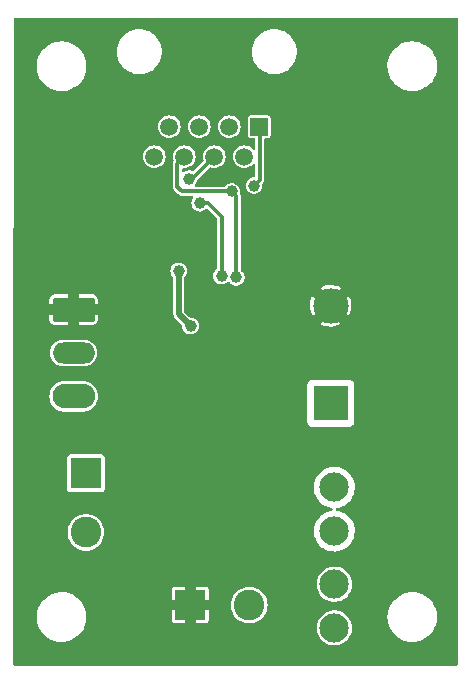
<source format=gbr>
%TF.GenerationSoftware,KiCad,Pcbnew,(6.0.9)*%
%TF.CreationDate,2023-01-01T20:10:18-05:00*%
%TF.ProjectId,Wally_Tree,57616c6c-795f-4547-9265-652e6b696361,v1*%
%TF.SameCoordinates,Original*%
%TF.FileFunction,Copper,L2,Bot*%
%TF.FilePolarity,Positive*%
%FSLAX46Y46*%
G04 Gerber Fmt 4.6, Leading zero omitted, Abs format (unit mm)*
G04 Created by KiCad (PCBNEW (6.0.9)) date 2023-01-01 20:10:18*
%MOMM*%
%LPD*%
G01*
G04 APERTURE LIST*
G04 Aperture macros list*
%AMRoundRect*
0 Rectangle with rounded corners*
0 $1 Rounding radius*
0 $2 $3 $4 $5 $6 $7 $8 $9 X,Y pos of 4 corners*
0 Add a 4 corners polygon primitive as box body*
4,1,4,$2,$3,$4,$5,$6,$7,$8,$9,$2,$3,0*
0 Add four circle primitives for the rounded corners*
1,1,$1+$1,$2,$3*
1,1,$1+$1,$4,$5*
1,1,$1+$1,$6,$7*
1,1,$1+$1,$8,$9*
0 Add four rect primitives between the rounded corners*
20,1,$1+$1,$2,$3,$4,$5,0*
20,1,$1+$1,$4,$5,$6,$7,0*
20,1,$1+$1,$6,$7,$8,$9,0*
20,1,$1+$1,$8,$9,$2,$3,0*%
G04 Aperture macros list end*
%TA.AperFunction,ComponentPad*%
%ADD10R,1.500000X1.500000*%
%TD*%
%TA.AperFunction,ComponentPad*%
%ADD11C,1.500000*%
%TD*%
%TA.AperFunction,ComponentPad*%
%ADD12R,2.600000X2.600000*%
%TD*%
%TA.AperFunction,ComponentPad*%
%ADD13C,2.600000*%
%TD*%
%TA.AperFunction,ComponentPad*%
%ADD14R,3.000000X3.000000*%
%TD*%
%TA.AperFunction,ComponentPad*%
%ADD15C,3.000000*%
%TD*%
%TA.AperFunction,ComponentPad*%
%ADD16C,2.475000*%
%TD*%
%TA.AperFunction,ComponentPad*%
%ADD17RoundRect,0.291667X-1.508333X0.758333X-1.508333X-0.758333X1.508333X-0.758333X1.508333X0.758333X0*%
%TD*%
%TA.AperFunction,ComponentPad*%
%ADD18O,3.600000X1.800000*%
%TD*%
%TA.AperFunction,ComponentPad*%
%ADD19O,3.600000X2.100000*%
%TD*%
%TA.AperFunction,ViaPad*%
%ADD20C,1.000000*%
%TD*%
%TA.AperFunction,Conductor*%
%ADD21C,0.500000*%
%TD*%
%TA.AperFunction,Conductor*%
%ADD22C,0.350000*%
%TD*%
G04 APERTURE END LIST*
D10*
%TO.P,J7,1*%
%TO.N,/Diff In/Serial1_P*%
X-111366200Y38367700D03*
D11*
%TO.P,J7,2*%
%TO.N,/Diff In/Serial1_N*%
X-112636200Y35827700D03*
%TO.P,J7,3*%
%TO.N,/Diff In/Serial2_P*%
X-113906200Y38367700D03*
%TO.P,J7,4*%
%TO.N,/Diff In/Serial3_N*%
X-115176200Y35827700D03*
%TO.P,J7,5*%
%TO.N,/Diff In/Serial3_P*%
X-116446200Y38367700D03*
%TO.P,J7,6*%
%TO.N,/Diff In/Serial2_N*%
X-117716200Y35827700D03*
%TO.P,J7,7*%
%TO.N,/Diff In/Serial4_P*%
X-118986200Y38367700D03*
%TO.P,J7,8*%
%TO.N,/Diff In/Serial4_N*%
X-120256200Y35827700D03*
%TD*%
D12*
%TO.P,J1,1,Pin_1*%
%TO.N,GND*%
X-117216200Y-2130300D03*
D13*
%TO.P,J1,2,Pin_2*%
%TO.N,+5V*%
X-112216200Y-2130300D03*
%TD*%
D14*
%TO.P,TB1,1,P1*%
%TO.N,VIN1*%
X-105324400Y14953740D03*
D15*
%TO.P,TB1,2,P2*%
%TO.N,GND*%
X-105324400Y23203660D03*
%TD*%
D12*
%TO.P,J2,1,Pin_1*%
%TO.N,STAR_OUT*%
X-126045200Y9019700D03*
D13*
%TO.P,J2,2,Pin_2*%
%TO.N,+5V*%
X-126045200Y4019700D03*
%TD*%
D16*
%TO.P,F1,1_1,1*%
%TO.N,VIN1*%
X-105016200Y7835700D03*
%TO.P,F1,1_2,1*%
X-105016200Y4135700D03*
%TO.P,F1,2_1,2*%
%TO.N,+5V*%
X-105016200Y-364300D03*
%TO.P,F1,2_2,2*%
X-105016200Y-4064300D03*
%TD*%
D17*
%TO.P,J3,1,Pin_1*%
%TO.N,GND*%
X-127092200Y22865700D03*
D18*
%TO.P,J3,2,Pin_2*%
%TO.N,Net-(J3-Pad2)*%
X-127092200Y19205700D03*
D19*
%TO.P,J3,3,Pin_3*%
%TO.N,+5V*%
X-127092200Y15545700D03*
%TD*%
D20*
%TO.N,GND*%
X-115816200Y30485700D03*
X-119496200Y26479700D03*
X-120816200Y13085700D03*
X-102016200Y17885700D03*
X-109916200Y3085700D03*
X-102416200Y-6514300D03*
X-118710200Y21491700D03*
X-111016200Y19885700D03*
X-115877700Y8315700D03*
X-113416200Y3685700D03*
X-114416200Y44005700D03*
X-110216200Y1485700D03*
X-131016200Y16085700D03*
X-110416200Y25885700D03*
X-121816200Y17685700D03*
X-124616200Y46685700D03*
X-121020200Y30543700D03*
X-117616200Y15885700D03*
X-116956200Y44005700D03*
X-120488200Y21491700D03*
X-112616200Y8285700D03*
X-108316200Y4985700D03*
X-107016200Y35085700D03*
X-115852243Y21049657D03*
X-106816200Y45885700D03*
X-109416200Y16485700D03*
X-122616200Y5285700D03*
X-117147700Y8315700D03*
X-108316200Y3485700D03*
X-118417700Y8315700D03*
X-106616200Y-6714300D03*
X-101616200Y8885700D03*
X-124576200Y38925700D03*
X-124576200Y33845700D03*
X-108716200Y14085700D03*
X-110216200Y28685700D03*
X-101616200Y1285700D03*
X-108216200Y9685700D03*
X-115877700Y7045700D03*
%TO.N,OUT17*%
X-118196200Y26155700D03*
X-117186200Y21505700D03*
%TO.N,/Diff In/Serial2_N*%
X-113710241Y32885686D03*
X-113316200Y25615700D03*
%TO.N,/Diff In/Serial3_N*%
X-117321210Y33958710D03*
%TO.N,/Diff In/Serial2_P*%
X-116416200Y31885704D03*
X-114566200Y25729700D03*
%TO.N,/Diff In/Serial1_P*%
X-111816200Y33385700D03*
%TD*%
D21*
%TO.N,OUT17*%
X-118196200Y26155700D02*
X-118196200Y22515700D01*
X-118196200Y22515700D02*
X-117186200Y21505700D01*
D22*
%TO.N,/Diff In/Serial2_N*%
X-117716200Y35827700D02*
X-118316200Y35227700D01*
X-114417347Y32885686D02*
X-113710241Y32885686D01*
X-113316200Y32491645D02*
X-113316200Y25615700D01*
X-118316200Y35227700D02*
X-118316200Y33285700D01*
X-118316200Y33285700D02*
X-117916186Y32885686D01*
X-117916186Y32885686D02*
X-114417347Y32885686D01*
X-113710241Y32885686D02*
X-113316200Y32491645D01*
%TO.N,/Diff In/Serial3_N*%
X-115176200Y35827700D02*
X-117045190Y33958710D01*
X-117045190Y33958710D02*
X-117321210Y33958710D01*
%TO.N,/Diff In/Serial2_P*%
X-115709094Y31885704D02*
X-114566200Y30742810D01*
X-116416200Y31885704D02*
X-115709094Y31885704D01*
X-114566200Y30742810D02*
X-114566200Y25729700D01*
%TO.N,/Diff In/Serial1_P*%
X-111316201Y38317701D02*
X-111366200Y38367700D01*
X-111816200Y33385700D02*
X-111316201Y33885699D01*
X-111316201Y33885699D02*
X-111316201Y38317701D01*
%TD*%
%TA.AperFunction,Conductor*%
%TO.N,GND*%
G36*
X-94584579Y47565198D02*
G01*
X-94538086Y47511542D01*
X-94526700Y47459200D01*
X-94526700Y-7137800D01*
X-94546702Y-7205921D01*
X-94600358Y-7252414D01*
X-94652700Y-7263800D01*
X-132069558Y-7263800D01*
X-132137679Y-7243798D01*
X-132184172Y-7190142D01*
X-132195558Y-7137745D01*
X-132193882Y-3278500D01*
X-130209453Y-3278500D01*
X-130208894Y-3282744D01*
X-130208894Y-3282748D01*
X-130203658Y-3322516D01*
X-130172071Y-3562449D01*
X-130096498Y-3838698D01*
X-129984132Y-4102135D01*
X-129837054Y-4347885D01*
X-129657985Y-4571400D01*
X-129608259Y-4618588D01*
X-129478306Y-4741909D01*
X-129450238Y-4768545D01*
X-129217657Y-4935671D01*
X-128964547Y-5069686D01*
X-128695590Y-5168110D01*
X-128415764Y-5229122D01*
X-128376299Y-5232228D01*
X-128193603Y-5246607D01*
X-128193596Y-5246607D01*
X-128191147Y-5246800D01*
X-128036208Y-5246800D01*
X-128034072Y-5246654D01*
X-128034061Y-5246654D01*
X-127826740Y-5232520D01*
X-127826734Y-5232519D01*
X-127822463Y-5232228D01*
X-127818268Y-5231359D01*
X-127818266Y-5231359D01*
X-127682238Y-5203189D01*
X-127542014Y-5174150D01*
X-127272042Y-5078548D01*
X-127017542Y-4947191D01*
X-127014041Y-4944730D01*
X-127014037Y-4944728D01*
X-126786729Y-4784973D01*
X-126786723Y-4784968D01*
X-126783224Y-4782509D01*
X-126606824Y-4618588D01*
X-126576567Y-4590472D01*
X-126576564Y-4590469D01*
X-126573424Y-4587551D01*
X-126562625Y-4574358D01*
X-126394739Y-4369241D01*
X-126392023Y-4365923D01*
X-126242380Y-4121727D01*
X-126235398Y-4105822D01*
X-126201157Y-4027820D01*
X-106508854Y-4027820D01*
X-106508557Y-4032972D01*
X-106508557Y-4032976D01*
X-106496757Y-4237627D01*
X-106494769Y-4272099D01*
X-106493632Y-4277145D01*
X-106493631Y-4277151D01*
X-106473625Y-4365923D01*
X-106440976Y-4510798D01*
X-106439034Y-4515580D01*
X-106439033Y-4515584D01*
X-106399092Y-4613947D01*
X-106348920Y-4737505D01*
X-106221072Y-4946133D01*
X-106060867Y-5131079D01*
X-105872607Y-5287376D01*
X-105661347Y-5410826D01*
X-105432762Y-5498115D01*
X-105427696Y-5499146D01*
X-105427695Y-5499146D01*
X-105369105Y-5511066D01*
X-105192989Y-5546897D01*
X-105054915Y-5551960D01*
X-104953633Y-5555674D01*
X-104953629Y-5555674D01*
X-104948469Y-5555863D01*
X-104943349Y-5555207D01*
X-104943347Y-5555207D01*
X-104866957Y-5545421D01*
X-104705767Y-5524772D01*
X-104700816Y-5523287D01*
X-104700813Y-5523286D01*
X-104476352Y-5455944D01*
X-104476353Y-5455944D01*
X-104471402Y-5454459D01*
X-104251669Y-5346813D01*
X-104247464Y-5343813D01*
X-104247458Y-5343810D01*
X-104056671Y-5207723D01*
X-104056669Y-5207721D01*
X-104052467Y-5204724D01*
X-103879147Y-5032008D01*
X-103820244Y-4950036D01*
X-103739382Y-4837503D01*
X-103736364Y-4833303D01*
X-103627951Y-4613947D01*
X-103595080Y-4505756D01*
X-103558324Y-4384781D01*
X-103558323Y-4384775D01*
X-103556820Y-4379829D01*
X-103524883Y-4137238D01*
X-103523100Y-4064300D01*
X-103543149Y-3820438D01*
X-103597014Y-3605992D01*
X-103601499Y-3588137D01*
X-103601499Y-3588136D01*
X-103602758Y-3583125D01*
X-103700326Y-3358734D01*
X-103752232Y-3278500D01*
X-100517453Y-3278500D01*
X-100516894Y-3282744D01*
X-100516894Y-3282748D01*
X-100511658Y-3322516D01*
X-100480071Y-3562449D01*
X-100404498Y-3838698D01*
X-100292132Y-4102135D01*
X-100145054Y-4347885D01*
X-99965985Y-4571400D01*
X-99916259Y-4618588D01*
X-99786306Y-4741909D01*
X-99758238Y-4768545D01*
X-99525657Y-4935671D01*
X-99272547Y-5069686D01*
X-99003590Y-5168110D01*
X-98723764Y-5229122D01*
X-98684299Y-5232228D01*
X-98501603Y-5246607D01*
X-98501596Y-5246607D01*
X-98499147Y-5246800D01*
X-98344208Y-5246800D01*
X-98342072Y-5246654D01*
X-98342061Y-5246654D01*
X-98134740Y-5232520D01*
X-98134734Y-5232519D01*
X-98130463Y-5232228D01*
X-98126268Y-5231359D01*
X-98126266Y-5231359D01*
X-97990238Y-5203189D01*
X-97850014Y-5174150D01*
X-97580042Y-5078548D01*
X-97325542Y-4947191D01*
X-97322041Y-4944730D01*
X-97322037Y-4944728D01*
X-97094729Y-4784973D01*
X-97094723Y-4784968D01*
X-97091224Y-4782509D01*
X-96914824Y-4618588D01*
X-96884567Y-4590472D01*
X-96884564Y-4590469D01*
X-96881424Y-4587551D01*
X-96870625Y-4574358D01*
X-96702739Y-4369241D01*
X-96700023Y-4365923D01*
X-96550380Y-4121727D01*
X-96543398Y-4105822D01*
X-96436986Y-3863410D01*
X-96436985Y-3863406D01*
X-96435262Y-3859482D01*
X-96356800Y-3584039D01*
X-96316446Y-3300496D01*
X-96315506Y-3120925D01*
X-96314969Y-3018386D01*
X-96314969Y-3018380D01*
X-96314947Y-3014100D01*
X-96318402Y-2987852D01*
X-96338945Y-2831815D01*
X-96352329Y-2730151D01*
X-96427902Y-2453902D01*
X-96540268Y-2190465D01*
X-96687346Y-1944715D01*
X-96866415Y-1721200D01*
X-97074162Y-1524055D01*
X-97306743Y-1356929D01*
X-97559853Y-1222914D01*
X-97828810Y-1124490D01*
X-98108636Y-1063478D01*
X-98151811Y-1060080D01*
X-98330797Y-1045993D01*
X-98330804Y-1045993D01*
X-98333253Y-1045800D01*
X-98488192Y-1045800D01*
X-98490328Y-1045946D01*
X-98490339Y-1045946D01*
X-98697660Y-1060080D01*
X-98697666Y-1060081D01*
X-98701937Y-1060372D01*
X-98706132Y-1061241D01*
X-98706134Y-1061241D01*
X-98842161Y-1089411D01*
X-98982386Y-1118450D01*
X-99252358Y-1214052D01*
X-99256167Y-1216018D01*
X-99472762Y-1327811D01*
X-99506858Y-1345409D01*
X-99510359Y-1347870D01*
X-99510363Y-1347872D01*
X-99737671Y-1507627D01*
X-99737677Y-1507632D01*
X-99741176Y-1510091D01*
X-99820019Y-1583357D01*
X-99920038Y-1676300D01*
X-99950976Y-1705049D01*
X-99953690Y-1708365D01*
X-99953693Y-1708368D01*
X-100049506Y-1825429D01*
X-100132377Y-1926677D01*
X-100282020Y-2170873D01*
X-100283747Y-2174807D01*
X-100283748Y-2174809D01*
X-100290620Y-2190465D01*
X-100397138Y-2433118D01*
X-100475600Y-2708561D01*
X-100494393Y-2840609D01*
X-100509201Y-2944658D01*
X-100515954Y-2992104D01*
X-100516206Y-3040262D01*
X-100517216Y-3233272D01*
X-100517453Y-3278500D01*
X-103752232Y-3278500D01*
X-103833232Y-3153292D01*
X-103862683Y-3120925D01*
X-103994430Y-2976138D01*
X-103994432Y-2976137D01*
X-103997908Y-2972316D01*
X-104001959Y-2969117D01*
X-104001963Y-2969113D01*
X-104185877Y-2823866D01*
X-104185882Y-2823862D01*
X-104189931Y-2820665D01*
X-104194447Y-2818172D01*
X-104194450Y-2818170D01*
X-104399622Y-2704909D01*
X-104399625Y-2704908D01*
X-104404144Y-2702413D01*
X-104564607Y-2645590D01*
X-104629922Y-2622461D01*
X-104629925Y-2622460D01*
X-104634794Y-2620736D01*
X-104639883Y-2619829D01*
X-104639885Y-2619829D01*
X-104870598Y-2578732D01*
X-104870604Y-2578731D01*
X-104875687Y-2577826D01*
X-104955323Y-2576853D01*
X-105115183Y-2574900D01*
X-105115185Y-2574900D01*
X-105120353Y-2574837D01*
X-105362223Y-2611848D01*
X-105594800Y-2687866D01*
X-105811838Y-2800849D01*
X-105815971Y-2803952D01*
X-105815974Y-2803954D01*
X-106003373Y-2944658D01*
X-106007508Y-2947763D01*
X-106176557Y-3124662D01*
X-106314443Y-3326795D01*
X-106316619Y-3331484D01*
X-106316623Y-3331490D01*
X-106415285Y-3544040D01*
X-106417464Y-3548735D01*
X-106482853Y-3784521D01*
X-106508854Y-4027820D01*
X-126201157Y-4027820D01*
X-126128986Y-3863410D01*
X-126128985Y-3863406D01*
X-126127262Y-3859482D01*
X-126048800Y-3584039D01*
X-126029656Y-3449524D01*
X-118774199Y-3449524D01*
X-118772992Y-3461783D01*
X-118761652Y-3518796D01*
X-118752337Y-3541285D01*
X-118709101Y-3605992D01*
X-118691892Y-3623201D01*
X-118627186Y-3666436D01*
X-118604694Y-3675752D01*
X-118547681Y-3687093D01*
X-118535426Y-3688300D01*
X-117688315Y-3688300D01*
X-117673076Y-3683825D01*
X-117671871Y-3682435D01*
X-117670200Y-3674752D01*
X-117670200Y-3670184D01*
X-116762200Y-3670184D01*
X-116757725Y-3685423D01*
X-116756335Y-3686628D01*
X-116748652Y-3688299D01*
X-115896976Y-3688299D01*
X-115884717Y-3687092D01*
X-115827704Y-3675752D01*
X-115805215Y-3666437D01*
X-115740508Y-3623201D01*
X-115723299Y-3605992D01*
X-115680064Y-3541286D01*
X-115670748Y-3518794D01*
X-115659407Y-3461781D01*
X-115658200Y-3449526D01*
X-115658200Y-2602415D01*
X-115662675Y-2587176D01*
X-115664065Y-2585971D01*
X-115671748Y-2584300D01*
X-116744085Y-2584300D01*
X-116759324Y-2588775D01*
X-116760529Y-2590165D01*
X-116762200Y-2597848D01*
X-116762200Y-3670184D01*
X-117670200Y-3670184D01*
X-117670200Y-2602415D01*
X-117674675Y-2587176D01*
X-117676065Y-2585971D01*
X-117683748Y-2584300D01*
X-118756084Y-2584300D01*
X-118771323Y-2588775D01*
X-118772528Y-2590165D01*
X-118774199Y-2597848D01*
X-118774199Y-3449524D01*
X-126029656Y-3449524D01*
X-126008446Y-3300496D01*
X-126007506Y-3120925D01*
X-126006969Y-3018386D01*
X-126006969Y-3018380D01*
X-126006947Y-3014100D01*
X-126010402Y-2987852D01*
X-126030945Y-2831815D01*
X-126044329Y-2730151D01*
X-126119902Y-2453902D01*
X-126232268Y-2190465D01*
X-126268276Y-2130300D01*
X-113771494Y-2130300D01*
X-113752346Y-2373602D01*
X-113734015Y-2449954D01*
X-113698508Y-2597848D01*
X-113695372Y-2610912D01*
X-113693482Y-2615475D01*
X-113693480Y-2615481D01*
X-113603872Y-2831815D01*
X-113601977Y-2836389D01*
X-113474459Y-3044479D01*
X-113315959Y-3230059D01*
X-113130379Y-3388559D01*
X-112922289Y-3516077D01*
X-112917719Y-3517970D01*
X-112917715Y-3517972D01*
X-112701381Y-3607580D01*
X-112701375Y-3607582D01*
X-112696812Y-3609472D01*
X-112692012Y-3610624D01*
X-112692007Y-3610626D01*
X-112639628Y-3623201D01*
X-112459502Y-3666446D01*
X-112216200Y-3685594D01*
X-111972898Y-3666446D01*
X-111792772Y-3623201D01*
X-111740393Y-3610626D01*
X-111740388Y-3610624D01*
X-111735588Y-3609472D01*
X-111731025Y-3607582D01*
X-111731019Y-3607580D01*
X-111514685Y-3517972D01*
X-111514681Y-3517970D01*
X-111510111Y-3516077D01*
X-111302021Y-3388559D01*
X-111116441Y-3230059D01*
X-110957941Y-3044479D01*
X-110830423Y-2836389D01*
X-110828528Y-2831815D01*
X-110738920Y-2615481D01*
X-110738918Y-2615475D01*
X-110737028Y-2610912D01*
X-110733891Y-2597848D01*
X-110698385Y-2449954D01*
X-110680054Y-2373602D01*
X-110660906Y-2130300D01*
X-110680054Y-1886998D01*
X-110732047Y-1670435D01*
X-110735874Y-1654493D01*
X-110735876Y-1654488D01*
X-110737028Y-1649688D01*
X-110738918Y-1645125D01*
X-110738920Y-1645119D01*
X-110828528Y-1428785D01*
X-110828530Y-1428781D01*
X-110830423Y-1424211D01*
X-110957941Y-1216121D01*
X-111116441Y-1030541D01*
X-111302021Y-872041D01*
X-111510111Y-744523D01*
X-111514681Y-742630D01*
X-111514685Y-742628D01*
X-111731019Y-653020D01*
X-111731025Y-653018D01*
X-111735588Y-651128D01*
X-111740388Y-649976D01*
X-111740393Y-649974D01*
X-111848902Y-623923D01*
X-111972898Y-594154D01*
X-112216200Y-575006D01*
X-112459502Y-594154D01*
X-112583498Y-623923D01*
X-112692007Y-649974D01*
X-112692012Y-649976D01*
X-112696812Y-651128D01*
X-112701375Y-653018D01*
X-112701381Y-653020D01*
X-112917715Y-742628D01*
X-112917719Y-742630D01*
X-112922289Y-744523D01*
X-113130379Y-872041D01*
X-113315959Y-1030541D01*
X-113474459Y-1216121D01*
X-113601977Y-1424211D01*
X-113603870Y-1428781D01*
X-113603872Y-1428785D01*
X-113693480Y-1645119D01*
X-113693482Y-1645125D01*
X-113695372Y-1649688D01*
X-113696524Y-1654488D01*
X-113696526Y-1654493D01*
X-113700353Y-1670435D01*
X-113752346Y-1886998D01*
X-113771494Y-2130300D01*
X-126268276Y-2130300D01*
X-126379346Y-1944715D01*
X-126558415Y-1721200D01*
X-126624819Y-1658185D01*
X-118774200Y-1658185D01*
X-118769725Y-1673424D01*
X-118768335Y-1674629D01*
X-118760652Y-1676300D01*
X-117688315Y-1676300D01*
X-117673076Y-1671825D01*
X-117671871Y-1670435D01*
X-117670200Y-1662752D01*
X-117670200Y-1658185D01*
X-116762200Y-1658185D01*
X-116757725Y-1673424D01*
X-116756335Y-1674629D01*
X-116748652Y-1676300D01*
X-115676316Y-1676300D01*
X-115661077Y-1671825D01*
X-115659872Y-1670435D01*
X-115658201Y-1662752D01*
X-115658201Y-811076D01*
X-115659408Y-798817D01*
X-115670748Y-741804D01*
X-115680063Y-719315D01*
X-115723299Y-654608D01*
X-115740508Y-637399D01*
X-115805214Y-594164D01*
X-115827706Y-584848D01*
X-115884719Y-573507D01*
X-115896974Y-572300D01*
X-116744085Y-572300D01*
X-116759324Y-576775D01*
X-116760529Y-578165D01*
X-116762200Y-585848D01*
X-116762200Y-1658185D01*
X-117670200Y-1658185D01*
X-117670200Y-590416D01*
X-117674675Y-575177D01*
X-117676065Y-573972D01*
X-117683748Y-572301D01*
X-118535424Y-572301D01*
X-118547683Y-573508D01*
X-118604696Y-584848D01*
X-118627185Y-594163D01*
X-118691892Y-637399D01*
X-118709101Y-654608D01*
X-118752336Y-719314D01*
X-118761652Y-741806D01*
X-118772993Y-798819D01*
X-118774200Y-811074D01*
X-118774200Y-1658185D01*
X-126624819Y-1658185D01*
X-126766162Y-1524055D01*
X-126998743Y-1356929D01*
X-127251853Y-1222914D01*
X-127520810Y-1124490D01*
X-127800636Y-1063478D01*
X-127843811Y-1060080D01*
X-128022797Y-1045993D01*
X-128022804Y-1045993D01*
X-128025253Y-1045800D01*
X-128180192Y-1045800D01*
X-128182328Y-1045946D01*
X-128182339Y-1045946D01*
X-128389660Y-1060080D01*
X-128389666Y-1060081D01*
X-128393937Y-1060372D01*
X-128398132Y-1061241D01*
X-128398134Y-1061241D01*
X-128534161Y-1089411D01*
X-128674386Y-1118450D01*
X-128944358Y-1214052D01*
X-128948167Y-1216018D01*
X-129164762Y-1327811D01*
X-129198858Y-1345409D01*
X-129202359Y-1347870D01*
X-129202363Y-1347872D01*
X-129429671Y-1507627D01*
X-129429677Y-1507632D01*
X-129433176Y-1510091D01*
X-129512019Y-1583357D01*
X-129612038Y-1676300D01*
X-129642976Y-1705049D01*
X-129645690Y-1708365D01*
X-129645693Y-1708368D01*
X-129741506Y-1825429D01*
X-129824377Y-1926677D01*
X-129974020Y-2170873D01*
X-129975747Y-2174807D01*
X-129975748Y-2174809D01*
X-129982620Y-2190465D01*
X-130089138Y-2433118D01*
X-130167600Y-2708561D01*
X-130186393Y-2840609D01*
X-130201201Y-2944658D01*
X-130207954Y-2992104D01*
X-130208206Y-3040262D01*
X-130209216Y-3233272D01*
X-130209453Y-3278500D01*
X-132193882Y-3278500D01*
X-132192600Y-327820D01*
X-106508854Y-327820D01*
X-106508557Y-332972D01*
X-106508557Y-332976D01*
X-106496757Y-537627D01*
X-106494769Y-572099D01*
X-106493632Y-577145D01*
X-106493631Y-577151D01*
X-106480053Y-637399D01*
X-106440976Y-810798D01*
X-106439034Y-815580D01*
X-106439033Y-815584D01*
X-106351748Y-1030541D01*
X-106348920Y-1037505D01*
X-106221072Y-1246133D01*
X-106060867Y-1431079D01*
X-105872607Y-1587376D01*
X-105661347Y-1710826D01*
X-105656522Y-1712668D01*
X-105656521Y-1712669D01*
X-105625387Y-1724558D01*
X-105432762Y-1798115D01*
X-105427696Y-1799146D01*
X-105427695Y-1799146D01*
X-105369105Y-1811066D01*
X-105192989Y-1846897D01*
X-105054915Y-1851960D01*
X-104953633Y-1855674D01*
X-104953629Y-1855674D01*
X-104948469Y-1855863D01*
X-104943349Y-1855207D01*
X-104943347Y-1855207D01*
X-104866957Y-1845421D01*
X-104705767Y-1824772D01*
X-104700816Y-1823287D01*
X-104700813Y-1823286D01*
X-104476352Y-1755944D01*
X-104476353Y-1755944D01*
X-104471402Y-1754459D01*
X-104251669Y-1646813D01*
X-104247464Y-1643813D01*
X-104247458Y-1643810D01*
X-104056671Y-1507723D01*
X-104056669Y-1507721D01*
X-104052467Y-1504724D01*
X-103879147Y-1332008D01*
X-103820244Y-1250036D01*
X-103739382Y-1137503D01*
X-103736364Y-1133303D01*
X-103731556Y-1123576D01*
X-103630245Y-918588D01*
X-103627951Y-913947D01*
X-103596696Y-811076D01*
X-103558324Y-684781D01*
X-103558323Y-684775D01*
X-103556820Y-679829D01*
X-103524883Y-437238D01*
X-103523100Y-364300D01*
X-103543149Y-120438D01*
X-103602758Y116875D01*
X-103700326Y341266D01*
X-103833232Y546708D01*
X-103862683Y579075D01*
X-103994430Y723862D01*
X-103994432Y723863D01*
X-103997908Y727684D01*
X-104001959Y730883D01*
X-104001963Y730887D01*
X-104185877Y876134D01*
X-104185882Y876138D01*
X-104189931Y879335D01*
X-104194447Y881828D01*
X-104194450Y881830D01*
X-104399622Y995091D01*
X-104399625Y995092D01*
X-104404144Y997587D01*
X-104564607Y1054410D01*
X-104629922Y1077539D01*
X-104629925Y1077540D01*
X-104634794Y1079264D01*
X-104639883Y1080171D01*
X-104639885Y1080171D01*
X-104870598Y1121268D01*
X-104870604Y1121269D01*
X-104875687Y1122174D01*
X-104955324Y1123147D01*
X-105115183Y1125100D01*
X-105115185Y1125100D01*
X-105120353Y1125163D01*
X-105362223Y1088152D01*
X-105594800Y1012134D01*
X-105811838Y899151D01*
X-105815971Y896048D01*
X-105815974Y896046D01*
X-105842494Y876134D01*
X-106007508Y752237D01*
X-106176557Y575338D01*
X-106314443Y373205D01*
X-106316619Y368516D01*
X-106316623Y368510D01*
X-106415285Y155960D01*
X-106417464Y151265D01*
X-106482853Y-84521D01*
X-106508854Y-327820D01*
X-132192600Y-327820D01*
X-132190712Y4019700D01*
X-127600494Y4019700D01*
X-127581346Y3776398D01*
X-127580191Y3771589D01*
X-127525578Y3544112D01*
X-127524372Y3539088D01*
X-127522482Y3534525D01*
X-127522480Y3534519D01*
X-127432872Y3318185D01*
X-127430977Y3313611D01*
X-127303459Y3105521D01*
X-127144959Y2919941D01*
X-126959379Y2761441D01*
X-126751289Y2633923D01*
X-126746719Y2632030D01*
X-126746715Y2632028D01*
X-126530381Y2542420D01*
X-126530375Y2542418D01*
X-126525812Y2540528D01*
X-126521012Y2539376D01*
X-126521007Y2539374D01*
X-126412498Y2513323D01*
X-126288502Y2483554D01*
X-126045200Y2464406D01*
X-125801898Y2483554D01*
X-125677902Y2513323D01*
X-125569393Y2539374D01*
X-125569388Y2539376D01*
X-125564588Y2540528D01*
X-125560025Y2542418D01*
X-125560019Y2542420D01*
X-125343685Y2632028D01*
X-125343681Y2632030D01*
X-125339111Y2633923D01*
X-125131021Y2761441D01*
X-124945441Y2919941D01*
X-124786941Y3105521D01*
X-124659423Y3313611D01*
X-124657528Y3318185D01*
X-124567920Y3534519D01*
X-124567918Y3534525D01*
X-124566028Y3539088D01*
X-124564821Y3544112D01*
X-124510209Y3771589D01*
X-124509054Y3776398D01*
X-124489906Y4019700D01*
X-124502626Y4181323D01*
X-106758476Y4181323D01*
X-106746082Y3923297D01*
X-106695685Y3669937D01*
X-106608394Y3426810D01*
X-106486124Y3199255D01*
X-106331563Y2992272D01*
X-106328256Y2988994D01*
X-106328251Y2988988D01*
X-106151421Y2813696D01*
X-106148105Y2810409D01*
X-106144339Y2807647D01*
X-106144337Y2807646D01*
X-106029205Y2723228D01*
X-105939782Y2657660D01*
X-105935639Y2655480D01*
X-105935637Y2655479D01*
X-105715319Y2539564D01*
X-105715314Y2539562D01*
X-105711169Y2537381D01*
X-105706746Y2535836D01*
X-105706745Y2535836D01*
X-105502201Y2464406D01*
X-105467289Y2452214D01*
X-105213499Y2404030D01*
X-105090979Y2399217D01*
X-104960043Y2394072D01*
X-104960038Y2394072D01*
X-104955375Y2393889D01*
X-104848933Y2405546D01*
X-104703240Y2421502D01*
X-104703235Y2421503D01*
X-104698587Y2422012D01*
X-104694063Y2423203D01*
X-104453299Y2486590D01*
X-104453296Y2486591D01*
X-104448776Y2487781D01*
X-104336925Y2535836D01*
X-104215725Y2587908D01*
X-104215723Y2587909D01*
X-104211431Y2589753D01*
X-103991765Y2725686D01*
X-103949529Y2761441D01*
X-103798171Y2889575D01*
X-103798169Y2889577D01*
X-103794604Y2892595D01*
X-103624280Y3086813D01*
X-103612246Y3105521D01*
X-103487061Y3300143D01*
X-103484533Y3304073D01*
X-103378435Y3539602D01*
X-103308316Y3788227D01*
X-103275716Y4044485D01*
X-103273327Y4135700D01*
X-103282787Y4263002D01*
X-103292125Y4388661D01*
X-103292126Y4388665D01*
X-103292471Y4393313D01*
X-103349482Y4645267D01*
X-103379016Y4721215D01*
X-103441413Y4881667D01*
X-103443108Y4886026D01*
X-103571293Y5110302D01*
X-103731219Y5313168D01*
X-103919374Y5490167D01*
X-104131625Y5637410D01*
X-104249825Y5695700D01*
X-104359122Y5749600D01*
X-104359126Y5749601D01*
X-104363308Y5751664D01*
X-104609334Y5830417D01*
X-104613943Y5831168D01*
X-104613957Y5831171D01*
X-104801979Y5861793D01*
X-104865999Y5892485D01*
X-104903262Y5952916D01*
X-104901938Y6023900D01*
X-104862448Y6082900D01*
X-104795443Y6111404D01*
X-104749941Y6116388D01*
X-104703240Y6121502D01*
X-104703235Y6121503D01*
X-104698587Y6122012D01*
X-104694063Y6123203D01*
X-104453299Y6186590D01*
X-104453296Y6186591D01*
X-104448776Y6187781D01*
X-104336925Y6235836D01*
X-104215725Y6287908D01*
X-104215723Y6287909D01*
X-104211431Y6289753D01*
X-103991765Y6425686D01*
X-103794604Y6592595D01*
X-103624280Y6786813D01*
X-103551954Y6899255D01*
X-103487061Y7000143D01*
X-103484533Y7004073D01*
X-103378435Y7239602D01*
X-103308316Y7488227D01*
X-103287816Y7649373D01*
X-103276114Y7741355D01*
X-103276114Y7741359D01*
X-103275716Y7744485D01*
X-103273327Y7835700D01*
X-103292471Y8093313D01*
X-103349482Y8345267D01*
X-103443108Y8586026D01*
X-103571293Y8810302D01*
X-103731219Y9013168D01*
X-103919374Y9190167D01*
X-104131625Y9337410D01*
X-104249825Y9395700D01*
X-104359122Y9449600D01*
X-104359126Y9449601D01*
X-104363308Y9451664D01*
X-104609334Y9530417D01*
X-104613941Y9531167D01*
X-104613944Y9531168D01*
X-104859688Y9571190D01*
X-104859687Y9571190D01*
X-104864299Y9571941D01*
X-104989615Y9573581D01*
X-105117923Y9575261D01*
X-105117926Y9575261D01*
X-105122600Y9575322D01*
X-105378564Y9540487D01*
X-105626567Y9468201D01*
X-105630820Y9466241D01*
X-105630821Y9466240D01*
X-105666916Y9449600D01*
X-105861162Y9360051D01*
X-105865071Y9357488D01*
X-106073281Y9220980D01*
X-106073286Y9220976D01*
X-106077194Y9218414D01*
X-106269918Y9046401D01*
X-106435100Y8847792D01*
X-106569111Y8626948D01*
X-106570920Y8622634D01*
X-106570921Y8622632D01*
X-106584569Y8590084D01*
X-106669008Y8388722D01*
X-106670159Y8384190D01*
X-106670160Y8384187D01*
X-106701768Y8259730D01*
X-106732595Y8138347D01*
X-106758476Y7881323D01*
X-106746082Y7623297D01*
X-106695685Y7369937D01*
X-106608394Y7126810D01*
X-106486124Y6899255D01*
X-106331563Y6692272D01*
X-106328256Y6688994D01*
X-106328251Y6688988D01*
X-106151421Y6513696D01*
X-106148105Y6510409D01*
X-106144339Y6507647D01*
X-106144337Y6507646D01*
X-106029205Y6423228D01*
X-105939782Y6357660D01*
X-105935639Y6355480D01*
X-105935637Y6355479D01*
X-105715319Y6239564D01*
X-105715314Y6239562D01*
X-105711169Y6237381D01*
X-105706746Y6235836D01*
X-105706745Y6235836D01*
X-105565726Y6186590D01*
X-105467289Y6152214D01*
X-105462696Y6151342D01*
X-105233972Y6107917D01*
X-105170777Y6075559D01*
X-105135109Y6014173D01*
X-105138290Y5943248D01*
X-105179311Y5885302D01*
X-105240483Y5859279D01*
X-105276896Y5854323D01*
X-105378564Y5840487D01*
X-105626567Y5768201D01*
X-105630820Y5766241D01*
X-105630821Y5766240D01*
X-105666916Y5749600D01*
X-105861162Y5660051D01*
X-105865071Y5657488D01*
X-106073281Y5520980D01*
X-106073286Y5520976D01*
X-106077194Y5518414D01*
X-106080686Y5515297D01*
X-106206626Y5402891D01*
X-106269918Y5346401D01*
X-106435100Y5147792D01*
X-106569111Y4926948D01*
X-106570920Y4922634D01*
X-106570921Y4922632D01*
X-106655382Y4721215D01*
X-106669008Y4688722D01*
X-106670159Y4684190D01*
X-106670160Y4684187D01*
X-106701768Y4559730D01*
X-106732595Y4438347D01*
X-106758476Y4181323D01*
X-124502626Y4181323D01*
X-124509054Y4263002D01*
X-124566028Y4500312D01*
X-124567918Y4504875D01*
X-124567920Y4504881D01*
X-124657528Y4721215D01*
X-124657530Y4721219D01*
X-124659423Y4725789D01*
X-124786941Y4933879D01*
X-124945441Y5119459D01*
X-125131021Y5277959D01*
X-125339111Y5405477D01*
X-125343681Y5407370D01*
X-125343685Y5407372D01*
X-125560019Y5496980D01*
X-125560025Y5496982D01*
X-125564588Y5498872D01*
X-125569388Y5500024D01*
X-125569393Y5500026D01*
X-125677902Y5526077D01*
X-125801898Y5555846D01*
X-126045200Y5574994D01*
X-126288502Y5555846D01*
X-126412498Y5526077D01*
X-126521007Y5500026D01*
X-126521012Y5500024D01*
X-126525812Y5498872D01*
X-126530375Y5496982D01*
X-126530381Y5496980D01*
X-126746715Y5407372D01*
X-126746719Y5407370D01*
X-126751289Y5405477D01*
X-126959379Y5277959D01*
X-127144959Y5119459D01*
X-127303459Y4933879D01*
X-127430977Y4725789D01*
X-127432870Y4721219D01*
X-127432872Y4721215D01*
X-127522480Y4504881D01*
X-127522482Y4504875D01*
X-127524372Y4500312D01*
X-127581346Y4263002D01*
X-127600494Y4019700D01*
X-132190712Y4019700D01*
X-132189124Y7675054D01*
X-127645700Y7675054D01*
X-127642582Y7648854D01*
X-127638744Y7640214D01*
X-127638744Y7640213D01*
X-127602060Y7557626D01*
X-127597139Y7546547D01*
X-127517913Y7467459D01*
X-127507276Y7462756D01*
X-127507274Y7462755D01*
X-127447738Y7436435D01*
X-127415527Y7422194D01*
X-127389846Y7419200D01*
X-124700554Y7419200D01*
X-124696850Y7419641D01*
X-124696847Y7419641D01*
X-124689454Y7420521D01*
X-124674354Y7422318D01*
X-124572047Y7467761D01*
X-124551616Y7488227D01*
X-124501177Y7538755D01*
X-124492959Y7546987D01*
X-124447694Y7649373D01*
X-124444700Y7675054D01*
X-124444700Y10364346D01*
X-124447818Y10390546D01*
X-124493261Y10492853D01*
X-124572487Y10571941D01*
X-124583124Y10576644D01*
X-124583126Y10576645D01*
X-124642662Y10602965D01*
X-124674873Y10617206D01*
X-124700554Y10620200D01*
X-127389846Y10620200D01*
X-127393550Y10619759D01*
X-127393553Y10619759D01*
X-127400946Y10618879D01*
X-127416046Y10617082D01*
X-127518353Y10571639D01*
X-127597441Y10492413D01*
X-127642706Y10390027D01*
X-127645700Y10364346D01*
X-127645700Y7675054D01*
X-132189124Y7675054D01*
X-132185705Y15545700D01*
X-129147668Y15545700D01*
X-129127835Y15319008D01*
X-129068939Y15099204D01*
X-128972768Y14892966D01*
X-128842247Y14706561D01*
X-128681339Y14545653D01*
X-128494934Y14415132D01*
X-128489956Y14412811D01*
X-128489953Y14412809D01*
X-128293678Y14321284D01*
X-128288696Y14318961D01*
X-128283388Y14317539D01*
X-128283386Y14317538D01*
X-128074207Y14261489D01*
X-128074205Y14261489D01*
X-128068892Y14260065D01*
X-127969898Y14251404D01*
X-127901708Y14245438D01*
X-127901701Y14245438D01*
X-127898984Y14245200D01*
X-126285416Y14245200D01*
X-126282699Y14245438D01*
X-126282692Y14245438D01*
X-126214502Y14251404D01*
X-126115508Y14260065D01*
X-126110195Y14261489D01*
X-126110193Y14261489D01*
X-125901014Y14317538D01*
X-125901012Y14317539D01*
X-125895704Y14318961D01*
X-125890722Y14321284D01*
X-125694447Y14412809D01*
X-125694444Y14412811D01*
X-125689466Y14415132D01*
X-125503061Y14545653D01*
X-125342153Y14706561D01*
X-125211632Y14892966D01*
X-125115461Y15099204D01*
X-125056565Y15319008D01*
X-125036732Y15545700D01*
X-125056565Y15772392D01*
X-125115461Y15992196D01*
X-125211632Y16198434D01*
X-125342153Y16384839D01*
X-125458431Y16501117D01*
X-107324900Y16501117D01*
X-107324899Y13406364D01*
X-107318251Y13345160D01*
X-107267926Y13210916D01*
X-107262546Y13203737D01*
X-107262544Y13203734D01*
X-107187328Y13103375D01*
X-107181946Y13096194D01*
X-107174765Y13090812D01*
X-107074406Y13015596D01*
X-107074403Y13015594D01*
X-107067224Y13010214D01*
X-106977839Y12976706D01*
X-106940375Y12962661D01*
X-106940373Y12962661D01*
X-106932980Y12959889D01*
X-106925130Y12959036D01*
X-106925129Y12959036D01*
X-106875183Y12953610D01*
X-106871777Y12953240D01*
X-105324627Y12953240D01*
X-103777024Y12953241D01*
X-103773630Y12953610D01*
X-103773624Y12953610D01*
X-103723678Y12959035D01*
X-103723674Y12959036D01*
X-103715820Y12959889D01*
X-103581576Y13010214D01*
X-103574397Y13015594D01*
X-103574394Y13015596D01*
X-103474035Y13090812D01*
X-103466854Y13096194D01*
X-103461472Y13103375D01*
X-103386256Y13203734D01*
X-103386254Y13203737D01*
X-103380874Y13210916D01*
X-103330549Y13345160D01*
X-103323900Y13406363D01*
X-103323901Y16501116D01*
X-103324270Y16504516D01*
X-103329695Y16554462D01*
X-103329696Y16554466D01*
X-103330549Y16562320D01*
X-103380874Y16696564D01*
X-103386254Y16703743D01*
X-103386256Y16703746D01*
X-103461472Y16804105D01*
X-103466854Y16811286D01*
X-103494244Y16831814D01*
X-103574394Y16891884D01*
X-103574397Y16891886D01*
X-103581576Y16897266D01*
X-103670961Y16930774D01*
X-103708425Y16944819D01*
X-103708427Y16944819D01*
X-103715820Y16947591D01*
X-103723670Y16948444D01*
X-103723671Y16948444D01*
X-103773626Y16953871D01*
X-103773627Y16953871D01*
X-103777023Y16954240D01*
X-105324173Y16954240D01*
X-106871776Y16954239D01*
X-106875170Y16953870D01*
X-106875176Y16953870D01*
X-106925122Y16948445D01*
X-106925126Y16948444D01*
X-106932980Y16947591D01*
X-107067224Y16897266D01*
X-107074403Y16891886D01*
X-107074406Y16891884D01*
X-107154556Y16831814D01*
X-107181946Y16811286D01*
X-107187328Y16804105D01*
X-107262544Y16703746D01*
X-107262546Y16703743D01*
X-107267926Y16696564D01*
X-107318251Y16562320D01*
X-107319104Y16554470D01*
X-107319104Y16554469D01*
X-107320475Y16541852D01*
X-107324900Y16501117D01*
X-125458431Y16501117D01*
X-125503061Y16545747D01*
X-125689466Y16676268D01*
X-125694444Y16678589D01*
X-125694447Y16678591D01*
X-125890722Y16770116D01*
X-125890724Y16770117D01*
X-125895704Y16772439D01*
X-125901012Y16773861D01*
X-125901014Y16773862D01*
X-126110193Y16829911D01*
X-126110195Y16829911D01*
X-126115508Y16831335D01*
X-126214502Y16839996D01*
X-126282692Y16845962D01*
X-126282699Y16845962D01*
X-126285416Y16846200D01*
X-127898984Y16846200D01*
X-127901701Y16845962D01*
X-127901708Y16845962D01*
X-127969898Y16839996D01*
X-128068892Y16831335D01*
X-128074205Y16829911D01*
X-128074207Y16829911D01*
X-128283386Y16773862D01*
X-128283388Y16773861D01*
X-128288696Y16772439D01*
X-128293676Y16770117D01*
X-128293678Y16770116D01*
X-128489953Y16678591D01*
X-128489956Y16678589D01*
X-128494934Y16676268D01*
X-128681339Y16545747D01*
X-128842247Y16384839D01*
X-128972768Y16198434D01*
X-129068939Y15992196D01*
X-129127835Y15772392D01*
X-129147668Y15545700D01*
X-132185705Y15545700D01*
X-132184091Y19259704D01*
X-129096386Y19259704D01*
X-129086677Y19049933D01*
X-129085273Y19044108D01*
X-129085273Y19044107D01*
X-129061116Y18943874D01*
X-129037476Y18845782D01*
X-129034994Y18840324D01*
X-129034993Y18840320D01*
X-128991880Y18745499D01*
X-128950560Y18654619D01*
X-128829063Y18483340D01*
X-128677369Y18338125D01*
X-128672334Y18334874D01*
X-128505991Y18227467D01*
X-128505988Y18227466D01*
X-128500954Y18224215D01*
X-128495391Y18221973D01*
X-128311745Y18147961D01*
X-128311742Y18147960D01*
X-128306181Y18145719D01*
X-128300300Y18144571D01*
X-128300295Y18144569D01*
X-128104524Y18106338D01*
X-128104521Y18106338D01*
X-128100078Y18105470D01*
X-128094557Y18105200D01*
X-126139731Y18105200D01*
X-125983154Y18120139D01*
X-125977398Y18121828D01*
X-125977396Y18121828D01*
X-125888317Y18147961D01*
X-125781651Y18179253D01*
X-125681253Y18230961D01*
X-125600292Y18272659D01*
X-125600289Y18272661D01*
X-125594961Y18275405D01*
X-125519253Y18334874D01*
X-125434538Y18401418D01*
X-125434533Y18401422D01*
X-125429821Y18405124D01*
X-125425889Y18409655D01*
X-125296121Y18559198D01*
X-125296117Y18559203D01*
X-125292190Y18563729D01*
X-125187034Y18745499D01*
X-125118147Y18943874D01*
X-125102769Y19049933D01*
X-125088875Y19145756D01*
X-125088875Y19145759D01*
X-125088014Y19151696D01*
X-125097723Y19361467D01*
X-125146924Y19565618D01*
X-125189942Y19660233D01*
X-125231360Y19751326D01*
X-125233840Y19756781D01*
X-125355337Y19928060D01*
X-125507031Y20073275D01*
X-125604167Y20135995D01*
X-125678409Y20183933D01*
X-125678412Y20183934D01*
X-125683446Y20187185D01*
X-125689009Y20189427D01*
X-125872655Y20263439D01*
X-125872658Y20263440D01*
X-125878219Y20265681D01*
X-125884100Y20266829D01*
X-125884105Y20266831D01*
X-126079876Y20305062D01*
X-126079879Y20305062D01*
X-126084322Y20305930D01*
X-126089843Y20306200D01*
X-128044669Y20306200D01*
X-128201246Y20291261D01*
X-128207002Y20289572D01*
X-128207004Y20289572D01*
X-128284521Y20266831D01*
X-128402749Y20232147D01*
X-128485695Y20189427D01*
X-128584108Y20138741D01*
X-128584111Y20138739D01*
X-128589439Y20135995D01*
X-128594154Y20132291D01*
X-128749862Y20009982D01*
X-128749867Y20009978D01*
X-128754579Y20006276D01*
X-128758510Y20001746D01*
X-128758511Y20001745D01*
X-128888279Y19852202D01*
X-128888283Y19852197D01*
X-128892210Y19847671D01*
X-128997366Y19665901D01*
X-129066253Y19467526D01*
X-129067114Y19461591D01*
X-129067114Y19461589D01*
X-129082499Y19355477D01*
X-129096386Y19259704D01*
X-132184091Y19259704D01*
X-132183961Y19559785D01*
X-132182871Y22068451D01*
X-129150200Y22068451D01*
X-129149744Y22060897D01*
X-129140325Y21983061D01*
X-129136371Y21967490D01*
X-129087074Y21842981D01*
X-129078721Y21828156D01*
X-128998052Y21721878D01*
X-128986022Y21709848D01*
X-128879744Y21629179D01*
X-128864919Y21620826D01*
X-128740410Y21571529D01*
X-128724839Y21567575D01*
X-128647003Y21558156D01*
X-128639449Y21557700D01*
X-127564315Y21557700D01*
X-127549076Y21562175D01*
X-127547871Y21563565D01*
X-127546200Y21571248D01*
X-127546200Y21575815D01*
X-126638200Y21575815D01*
X-126633725Y21560576D01*
X-126632335Y21559371D01*
X-126624652Y21557700D01*
X-125544951Y21557700D01*
X-125537397Y21558156D01*
X-125459561Y21567575D01*
X-125443990Y21571529D01*
X-125319481Y21620826D01*
X-125304656Y21629179D01*
X-125198378Y21709848D01*
X-125186348Y21721878D01*
X-125105679Y21828156D01*
X-125097326Y21842981D01*
X-125048029Y21967490D01*
X-125044075Y21983061D01*
X-125034656Y22060897D01*
X-125034200Y22068451D01*
X-125034200Y22393585D01*
X-125038675Y22408824D01*
X-125040065Y22410029D01*
X-125047748Y22411700D01*
X-126620085Y22411700D01*
X-126635324Y22407225D01*
X-126636529Y22405835D01*
X-126638200Y22398152D01*
X-126638200Y21575815D01*
X-127546200Y21575815D01*
X-127546200Y22393585D01*
X-127550675Y22408824D01*
X-127552065Y22410029D01*
X-127559748Y22411700D01*
X-129132085Y22411700D01*
X-129147324Y22407225D01*
X-129148529Y22405835D01*
X-129150200Y22398152D01*
X-129150200Y22068451D01*
X-132182871Y22068451D01*
X-132182320Y23337815D01*
X-129150200Y23337815D01*
X-129145725Y23322576D01*
X-129144335Y23321371D01*
X-129136652Y23319700D01*
X-127564315Y23319700D01*
X-127549076Y23324175D01*
X-127547871Y23325565D01*
X-127546200Y23333248D01*
X-127546200Y23337815D01*
X-126638200Y23337815D01*
X-126633725Y23322576D01*
X-126632335Y23321371D01*
X-126624652Y23319700D01*
X-125052315Y23319700D01*
X-125037076Y23324175D01*
X-125035871Y23325565D01*
X-125034200Y23333248D01*
X-125034200Y23662949D01*
X-125034656Y23670503D01*
X-125044075Y23748339D01*
X-125048029Y23763910D01*
X-125097326Y23888419D01*
X-125105679Y23903244D01*
X-125186348Y24009522D01*
X-125198378Y24021552D01*
X-125304656Y24102221D01*
X-125319481Y24110574D01*
X-125443990Y24159871D01*
X-125459561Y24163825D01*
X-125537397Y24173244D01*
X-125544951Y24173700D01*
X-126620085Y24173700D01*
X-126635324Y24169225D01*
X-126636529Y24167835D01*
X-126638200Y24160152D01*
X-126638200Y23337815D01*
X-127546200Y23337815D01*
X-127546200Y24155585D01*
X-127550675Y24170824D01*
X-127552065Y24172029D01*
X-127559748Y24173700D01*
X-128639449Y24173700D01*
X-128647003Y24173244D01*
X-128724839Y24163825D01*
X-128740410Y24159871D01*
X-128864919Y24110574D01*
X-128879744Y24102221D01*
X-128986022Y24021552D01*
X-128998052Y24009522D01*
X-129078721Y23903244D01*
X-129087074Y23888419D01*
X-129136371Y23763910D01*
X-129140325Y23748339D01*
X-129149744Y23670503D01*
X-129150200Y23662949D01*
X-129150200Y23337815D01*
X-132182320Y23337815D01*
X-132181093Y26163089D01*
X-118901806Y26163089D01*
X-118883201Y25994565D01*
X-118824934Y25835344D01*
X-118820698Y25829041D01*
X-118820698Y25829040D01*
X-118807626Y25809587D01*
X-118730370Y25694617D01*
X-118724754Y25689507D01*
X-118687900Y25655972D01*
X-118650978Y25595332D01*
X-118646700Y25562779D01*
X-118646700Y22549920D01*
X-118647573Y22535111D01*
X-118651564Y22501390D01*
X-118649872Y22492126D01*
X-118649872Y22492125D01*
X-118641028Y22443699D01*
X-118640378Y22439796D01*
X-118635902Y22410029D01*
X-118631649Y22381738D01*
X-118628521Y22375225D01*
X-118627225Y22368127D01*
X-118600175Y22316053D01*
X-118598432Y22312563D01*
X-118573009Y22259621D01*
X-118568123Y22254335D01*
X-118568090Y22254287D01*
X-118564779Y22247912D01*
X-118560475Y22242872D01*
X-118523248Y22205645D01*
X-118519819Y22202080D01*
X-118481054Y22160144D01*
X-118474695Y22156451D01*
X-118468537Y22150934D01*
X-117927722Y21610119D01*
X-117893696Y21547807D01*
X-117890873Y21520179D01*
X-117891806Y21513089D01*
X-117873201Y21344565D01*
X-117814934Y21185344D01*
X-117810698Y21179041D01*
X-117810698Y21179040D01*
X-117797626Y21159587D01*
X-117720370Y21044617D01*
X-117714758Y21039510D01*
X-117714755Y21039507D01*
X-117600588Y20935623D01*
X-117600584Y20935620D01*
X-117594967Y20930509D01*
X-117588294Y20926886D01*
X-117588290Y20926883D01*
X-117452642Y20853233D01*
X-117452640Y20853232D01*
X-117445965Y20849608D01*
X-117438616Y20847680D01*
X-117289317Y20808512D01*
X-117289315Y20808512D01*
X-117281967Y20806584D01*
X-117195591Y20805227D01*
X-117120039Y20804040D01*
X-117120036Y20804040D01*
X-117112440Y20803921D01*
X-117105035Y20805617D01*
X-117105034Y20805617D01*
X-117044614Y20819455D01*
X-116947171Y20841772D01*
X-116795702Y20917953D01*
X-116666777Y21028066D01*
X-116567839Y21165753D01*
X-116559963Y21185344D01*
X-116507434Y21316013D01*
X-116507433Y21316015D01*
X-116504599Y21323066D01*
X-116487628Y21442313D01*
X-116481291Y21486838D01*
X-116481291Y21486841D01*
X-116480710Y21490922D01*
X-116480638Y21497768D01*
X-116480598Y21501565D01*
X-116480598Y21501571D01*
X-116480555Y21505700D01*
X-116500924Y21674020D01*
X-116503579Y21681045D01*
X-106199343Y21681045D01*
X-106194877Y21675079D01*
X-106031509Y21589126D01*
X-106022947Y21585404D01*
X-105785096Y21502342D01*
X-105776087Y21499928D01*
X-105528558Y21452933D01*
X-105519302Y21451879D01*
X-105267543Y21441987D01*
X-105258229Y21442313D01*
X-105007785Y21469740D01*
X-104998608Y21471441D01*
X-104754969Y21535586D01*
X-104746149Y21538623D01*
X-104514660Y21638079D01*
X-104506401Y21642378D01*
X-104459271Y21671543D01*
X-104449857Y21682040D01*
X-104453744Y21690952D01*
X-105311592Y22548799D01*
X-105325530Y22556410D01*
X-105327366Y22556278D01*
X-105333978Y22552029D01*
X-106192584Y21693424D01*
X-106199343Y21681045D01*
X-116503579Y21681045D01*
X-116560855Y21832623D01*
X-116656888Y21972351D01*
X-116662559Y21977404D01*
X-116777808Y22080088D01*
X-116777812Y22080090D01*
X-116783479Y22085140D01*
X-116933319Y22164476D01*
X-117097759Y22205781D01*
X-117105357Y22205821D01*
X-117105359Y22205821D01*
X-117198172Y22206307D01*
X-117266187Y22226665D01*
X-117286607Y22243210D01*
X-117708795Y22665398D01*
X-117742821Y22727710D01*
X-117745700Y22754493D01*
X-117745700Y23245137D01*
X-107086502Y23245137D01*
X-107074413Y22993485D01*
X-107073276Y22984225D01*
X-107024126Y22737125D01*
X-107021632Y22728132D01*
X-106936498Y22491016D01*
X-106932704Y22482493D01*
X-106855617Y22339028D01*
X-106845713Y22328990D01*
X-106838480Y22331632D01*
X-105979261Y23190852D01*
X-105972884Y23202530D01*
X-104677150Y23202530D01*
X-104677018Y23200694D01*
X-104672769Y23194082D01*
X-103813770Y22335082D01*
X-103801391Y22328323D01*
X-103793050Y22334567D01*
X-103777636Y22358532D01*
X-103773189Y22366721D01*
X-103669709Y22596438D01*
X-103666518Y22605205D01*
X-103598131Y22847684D01*
X-103596271Y22856826D01*
X-103564284Y23108264D01*
X-103563803Y23114552D01*
X-103561553Y23200500D01*
X-103561704Y23206809D01*
X-103580488Y23459586D01*
X-103581864Y23468792D01*
X-103637471Y23714534D01*
X-103640195Y23723445D01*
X-103731512Y23958268D01*
X-103735523Y23966677D01*
X-103793382Y24067909D01*
X-103803545Y24077685D01*
X-103811446Y24074562D01*
X-104669539Y23216468D01*
X-104677150Y23202530D01*
X-105972884Y23202530D01*
X-105971650Y23204790D01*
X-105971782Y23206626D01*
X-105976031Y23213238D01*
X-106833890Y24071098D01*
X-106846269Y24077857D01*
X-106853790Y24072227D01*
X-106892759Y24008005D01*
X-106896989Y23999704D01*
X-106994419Y23767361D01*
X-106997380Y23758511D01*
X-107059394Y23514329D01*
X-107061016Y23505132D01*
X-107086257Y23254462D01*
X-107086502Y23245137D01*
X-117745700Y23245137D01*
X-117745700Y24726862D01*
X-106200346Y24726862D01*
X-106195772Y24717084D01*
X-105337208Y23858521D01*
X-105323270Y23850910D01*
X-105321434Y23851042D01*
X-105314822Y23855291D01*
X-104454387Y24715725D01*
X-104447628Y24728104D01*
X-104451682Y24733520D01*
X-104659807Y24836155D01*
X-104668440Y24839643D01*
X-104908402Y24916455D01*
X-104917462Y24918631D01*
X-105166140Y24959131D01*
X-105175427Y24959943D01*
X-105427347Y24963241D01*
X-105436658Y24962671D01*
X-105686303Y24928696D01*
X-105695422Y24926758D01*
X-105937302Y24856256D01*
X-105946033Y24852993D01*
X-106174845Y24747508D01*
X-106182994Y24742990D01*
X-106191209Y24737604D01*
X-106200346Y24726862D01*
X-117745700Y24726862D01*
X-117745700Y25561113D01*
X-117725698Y25629234D01*
X-117701531Y25656924D01*
X-117682549Y25673136D01*
X-117682548Y25673137D01*
X-117676777Y25678066D01*
X-117577839Y25815753D01*
X-117569963Y25835344D01*
X-117517434Y25966013D01*
X-117517433Y25966015D01*
X-117514599Y25973066D01*
X-117500893Y26069370D01*
X-117491291Y26136838D01*
X-117491291Y26136841D01*
X-117490710Y26140922D01*
X-117490555Y26155700D01*
X-117492360Y26170620D01*
X-117504998Y26275047D01*
X-117510924Y26324020D01*
X-117570855Y26482623D01*
X-117666888Y26622351D01*
X-117678686Y26632863D01*
X-117787808Y26730088D01*
X-117787812Y26730090D01*
X-117793479Y26735140D01*
X-117943319Y26814476D01*
X-118107759Y26855781D01*
X-118115357Y26855821D01*
X-118115359Y26855821D01*
X-118192532Y26856225D01*
X-118277305Y26856669D01*
X-118284692Y26854895D01*
X-118284696Y26854895D01*
X-118428038Y26820480D01*
X-118442168Y26817088D01*
X-118448912Y26813607D01*
X-118448915Y26813606D01*
X-118454111Y26810924D01*
X-118592831Y26739325D01*
X-118720596Y26627869D01*
X-118818087Y26489153D01*
X-118879676Y26331187D01*
X-118880668Y26323654D01*
X-118880668Y26323653D01*
X-118899341Y26181811D01*
X-118901806Y26163089D01*
X-132181093Y26163089D01*
X-132177990Y33303634D01*
X-118696469Y33303634D01*
X-118695245Y33293295D01*
X-118692573Y33270716D01*
X-118692229Y33264879D01*
X-118692128Y33264887D01*
X-118691700Y33259708D01*
X-118691700Y33254507D01*
X-118690846Y33249379D01*
X-118690846Y33249373D01*
X-118688572Y33235713D01*
X-118687735Y33229837D01*
X-118681776Y33179490D01*
X-118677854Y33171323D01*
X-118676367Y33162387D01*
X-118671423Y33153225D01*
X-118671422Y33153221D01*
X-118652294Y33117771D01*
X-118649598Y33112480D01*
X-118627663Y33066800D01*
X-118624106Y33062569D01*
X-118622174Y33060637D01*
X-118620455Y33058763D01*
X-118620381Y33058626D01*
X-118620491Y33058526D01*
X-118620068Y33058046D01*
X-118617006Y33052371D01*
X-118609359Y33045302D01*
X-118609358Y33045301D01*
X-118577833Y33016160D01*
X-118574267Y33012730D01*
X-118219534Y32657997D01*
X-118204809Y32639766D01*
X-118203408Y32638226D01*
X-118197758Y32629476D01*
X-118189580Y32623029D01*
X-118171721Y32608950D01*
X-118167354Y32605069D01*
X-118167288Y32605147D01*
X-118163330Y32601793D01*
X-118159648Y32598111D01*
X-118155417Y32595088D01*
X-118155414Y32595085D01*
X-118150595Y32591642D01*
X-118144134Y32587025D01*
X-118139405Y32583474D01*
X-118099586Y32552083D01*
X-118091037Y32549081D01*
X-118083667Y32543814D01*
X-118035108Y32529292D01*
X-118029467Y32527459D01*
X-118016308Y32522838D01*
X-117981638Y32510663D01*
X-117976131Y32510186D01*
X-117973424Y32510186D01*
X-117970852Y32510075D01*
X-117970692Y32510027D01*
X-117970698Y32509883D01*
X-117970080Y32509844D01*
X-117963900Y32507996D01*
X-117910631Y32510089D01*
X-117905685Y32510186D01*
X-117076109Y32510186D01*
X-117007988Y32490184D01*
X-116961495Y32436528D01*
X-116951391Y32366254D01*
X-116973022Y32311736D01*
X-117038087Y32219157D01*
X-117099676Y32061191D01*
X-117121806Y31893093D01*
X-117103201Y31724569D01*
X-117044934Y31565348D01*
X-116950370Y31424621D01*
X-116944758Y31419514D01*
X-116944755Y31419511D01*
X-116830588Y31315627D01*
X-116830584Y31315624D01*
X-116824967Y31310513D01*
X-116818294Y31306890D01*
X-116818290Y31306887D01*
X-116682642Y31233237D01*
X-116682640Y31233236D01*
X-116675965Y31229612D01*
X-116668616Y31227684D01*
X-116519317Y31188516D01*
X-116519315Y31188516D01*
X-116511967Y31186588D01*
X-116425591Y31185231D01*
X-116350039Y31184044D01*
X-116350036Y31184044D01*
X-116342440Y31183925D01*
X-116335035Y31185621D01*
X-116335034Y31185621D01*
X-116274614Y31199459D01*
X-116177171Y31221776D01*
X-116025702Y31297957D01*
X-115912919Y31394284D01*
X-115848130Y31423314D01*
X-115777930Y31412709D01*
X-115741994Y31387567D01*
X-114978605Y30624178D01*
X-114944579Y30561866D01*
X-114941700Y30535083D01*
X-114941700Y26389047D01*
X-114961702Y26320926D01*
X-114984870Y26294100D01*
X-115090596Y26201869D01*
X-115112558Y26170620D01*
X-115178993Y26076092D01*
X-115188087Y26063153D01*
X-115249676Y25905187D01*
X-115250668Y25897654D01*
X-115250668Y25897653D01*
X-115266620Y25776480D01*
X-115271806Y25737089D01*
X-115253201Y25568565D01*
X-115194934Y25409344D01*
X-115100370Y25268617D01*
X-115094758Y25263510D01*
X-115094755Y25263507D01*
X-114980588Y25159623D01*
X-114980584Y25159620D01*
X-114974967Y25154509D01*
X-114968294Y25150886D01*
X-114968290Y25150883D01*
X-114832642Y25077233D01*
X-114832640Y25077232D01*
X-114825965Y25073608D01*
X-114818616Y25071680D01*
X-114669317Y25032512D01*
X-114669315Y25032512D01*
X-114661967Y25030584D01*
X-114575591Y25029227D01*
X-114500039Y25028040D01*
X-114500036Y25028040D01*
X-114492440Y25027921D01*
X-114485035Y25029617D01*
X-114485034Y25029617D01*
X-114415148Y25045623D01*
X-114327171Y25065772D01*
X-114175702Y25141953D01*
X-114169929Y25146884D01*
X-114169924Y25146887D01*
X-114071129Y25231266D01*
X-114006340Y25260297D01*
X-113936140Y25249692D01*
X-113884717Y25205731D01*
X-113850370Y25154617D01*
X-113844758Y25149510D01*
X-113844755Y25149507D01*
X-113730588Y25045623D01*
X-113730584Y25045620D01*
X-113724967Y25040509D01*
X-113718294Y25036886D01*
X-113718290Y25036883D01*
X-113582642Y24963233D01*
X-113582640Y24963232D01*
X-113575965Y24959608D01*
X-113568616Y24957680D01*
X-113419317Y24918512D01*
X-113419315Y24918512D01*
X-113411967Y24916584D01*
X-113325591Y24915227D01*
X-113250039Y24914040D01*
X-113250036Y24914040D01*
X-113242440Y24913921D01*
X-113235035Y24915617D01*
X-113235034Y24915617D01*
X-113174614Y24929455D01*
X-113077171Y24951772D01*
X-112925702Y25027953D01*
X-112796777Y25138066D01*
X-112697839Y25275753D01*
X-112634599Y25433066D01*
X-112627323Y25484189D01*
X-112611291Y25596838D01*
X-112611291Y25596841D01*
X-112610710Y25600922D01*
X-112610555Y25615700D01*
X-112630924Y25784020D01*
X-112690855Y25942623D01*
X-112711778Y25973066D01*
X-112782586Y26076092D01*
X-112782587Y26076093D01*
X-112786888Y26082351D01*
X-112800642Y26094606D01*
X-112880055Y26165360D01*
X-112898519Y26181811D01*
X-112936075Y26242061D01*
X-112940700Y26275887D01*
X-112940700Y32438148D01*
X-112938221Y32461436D01*
X-112938122Y32463534D01*
X-112935931Y32473711D01*
X-112939827Y32506629D01*
X-112940171Y32512466D01*
X-112940272Y32512458D01*
X-112940700Y32517637D01*
X-112940700Y32522838D01*
X-112941774Y32529294D01*
X-112943828Y32541632D01*
X-112944665Y32547508D01*
X-112948921Y32583469D01*
X-112950624Y32597855D01*
X-112954546Y32606022D01*
X-112956033Y32614958D01*
X-112960977Y32624120D01*
X-112960978Y32624124D01*
X-112980106Y32659574D01*
X-112982802Y32664865D01*
X-113004737Y32710545D01*
X-113002087Y32711818D01*
X-113018291Y32766597D01*
X-113017034Y32784602D01*
X-113005332Y32866825D01*
X-113005332Y32866826D01*
X-113004751Y32870908D01*
X-113004596Y32885686D01*
X-113024965Y33054006D01*
X-113084896Y33212609D01*
X-113093113Y33224565D01*
X-113176627Y33346078D01*
X-113176628Y33346079D01*
X-113180929Y33352337D01*
X-113206418Y33375047D01*
X-113301849Y33460074D01*
X-113301853Y33460076D01*
X-113307520Y33465126D01*
X-113457360Y33544462D01*
X-113621800Y33585767D01*
X-113629398Y33585807D01*
X-113629400Y33585807D01*
X-113706573Y33586211D01*
X-113791346Y33586655D01*
X-113798733Y33584881D01*
X-113798737Y33584881D01*
X-113928806Y33553653D01*
X-113956209Y33547074D01*
X-113962953Y33543593D01*
X-113962956Y33543592D01*
X-114100124Y33472794D01*
X-114106872Y33469311D01*
X-114234637Y33357855D01*
X-114239007Y33351637D01*
X-114264942Y33314736D01*
X-114320476Y33270504D01*
X-114368029Y33261186D01*
X-116718190Y33261186D01*
X-116786311Y33281188D01*
X-116832804Y33334844D01*
X-116842908Y33405118D01*
X-116810937Y33472473D01*
X-116807559Y33476146D01*
X-116801787Y33481076D01*
X-116797360Y33487236D01*
X-116797357Y33487240D01*
X-116707280Y33612597D01*
X-116702849Y33618763D01*
X-116639609Y33776076D01*
X-116636044Y33801125D01*
X-116606644Y33865748D01*
X-116600396Y33872467D01*
X-115584344Y34888519D01*
X-115522032Y34922545D01*
X-115456314Y34919257D01*
X-115419307Y34907233D01*
X-115387148Y34896783D01*
X-115387144Y34896782D01*
X-115381293Y34894881D01*
X-115375183Y34894152D01*
X-115375181Y34894152D01*
X-115316133Y34887111D01*
X-115196202Y34872810D01*
X-115190067Y34873282D01*
X-115190065Y34873282D01*
X-115016490Y34886638D01*
X-115016485Y34886639D01*
X-115010349Y34887111D01*
X-115004419Y34888767D01*
X-115004417Y34888767D01*
X-114836741Y34935583D01*
X-114836742Y34935583D01*
X-114830813Y34937238D01*
X-114664432Y35021283D01*
X-114639945Y35040414D01*
X-114522406Y35132246D01*
X-114522405Y35132247D01*
X-114517545Y35136044D01*
X-114395746Y35277150D01*
X-114392572Y35282736D01*
X-114328695Y35395181D01*
X-114303674Y35439226D01*
X-114244836Y35616099D01*
X-114221473Y35801032D01*
X-114221101Y35827700D01*
X-114222409Y35841035D01*
X-113591206Y35841035D01*
X-113575608Y35655286D01*
X-113573909Y35649361D01*
X-113540507Y35532875D01*
X-113524229Y35476105D01*
X-113521410Y35470620D01*
X-113457687Y35346630D01*
X-113439024Y35310315D01*
X-113323241Y35164232D01*
X-113181288Y35043421D01*
X-113018573Y34952483D01*
X-112841293Y34894881D01*
X-112656202Y34872810D01*
X-112650067Y34873282D01*
X-112650065Y34873282D01*
X-112476490Y34886638D01*
X-112476485Y34886639D01*
X-112470349Y34887111D01*
X-112464419Y34888767D01*
X-112464417Y34888767D01*
X-112296741Y34935583D01*
X-112296742Y34935583D01*
X-112290813Y34937238D01*
X-112124432Y35021283D01*
X-112099945Y35040414D01*
X-111982406Y35132246D01*
X-111982405Y35132247D01*
X-111977545Y35136044D01*
X-111973517Y35140710D01*
X-111973512Y35140715D01*
X-111913082Y35210724D01*
X-111853429Y35249221D01*
X-111782433Y35249356D01*
X-111722634Y35211087D01*
X-111693018Y35146562D01*
X-111691701Y35128393D01*
X-111691701Y34212254D01*
X-111711703Y34144133D01*
X-111765359Y34097640D01*
X-111818360Y34086256D01*
X-111868973Y34086521D01*
X-111897305Y34086669D01*
X-111904692Y34084895D01*
X-111904696Y34084895D01*
X-112048038Y34050480D01*
X-112062168Y34047088D01*
X-112068912Y34043607D01*
X-112068915Y34043606D01*
X-112206083Y33972808D01*
X-112212831Y33969325D01*
X-112340596Y33857869D01*
X-112438087Y33719153D01*
X-112499676Y33561187D01*
X-112500668Y33553654D01*
X-112500668Y33553653D01*
X-112520222Y33405118D01*
X-112521806Y33393089D01*
X-112503201Y33224565D01*
X-112496226Y33205506D01*
X-112462183Y33112480D01*
X-112444934Y33065344D01*
X-112440698Y33059041D01*
X-112440698Y33059040D01*
X-112431466Y33045301D01*
X-112350370Y32924617D01*
X-112344758Y32919510D01*
X-112344755Y32919507D01*
X-112230588Y32815623D01*
X-112230584Y32815620D01*
X-112224967Y32810509D01*
X-112218294Y32806886D01*
X-112218290Y32806883D01*
X-112082642Y32733233D01*
X-112082640Y32733232D01*
X-112075965Y32729608D01*
X-112068616Y32727680D01*
X-111919317Y32688512D01*
X-111919315Y32688512D01*
X-111911967Y32686584D01*
X-111825591Y32685227D01*
X-111750039Y32684040D01*
X-111750036Y32684040D01*
X-111742440Y32683921D01*
X-111735035Y32685617D01*
X-111735034Y32685617D01*
X-111626192Y32710545D01*
X-111577171Y32721772D01*
X-111425702Y32797953D01*
X-111322980Y32885686D01*
X-111302549Y32903136D01*
X-111302548Y32903137D01*
X-111296777Y32908066D01*
X-111197839Y33045753D01*
X-111192704Y33058526D01*
X-111137434Y33196013D01*
X-111137433Y33196015D01*
X-111134599Y33203066D01*
X-111117134Y33325786D01*
X-111111291Y33366838D01*
X-111111291Y33366841D01*
X-111110710Y33370922D01*
X-111110555Y33385700D01*
X-111111449Y33393089D01*
X-111121939Y33479775D01*
X-111110266Y33549805D01*
X-111074911Y33589785D01*
X-111076443Y33591469D01*
X-111068741Y33598477D01*
X-111059991Y33604127D01*
X-111039465Y33630164D01*
X-111035584Y33634531D01*
X-111035662Y33634597D01*
X-111032308Y33638555D01*
X-111028626Y33642237D01*
X-111017540Y33657751D01*
X-111013984Y33662487D01*
X-110982598Y33702299D01*
X-110979596Y33710848D01*
X-110974329Y33718218D01*
X-110959807Y33766777D01*
X-110957974Y33772418D01*
X-110943806Y33812763D01*
X-110943806Y33812764D01*
X-110941178Y33820247D01*
X-110940701Y33825754D01*
X-110940701Y33828461D01*
X-110940590Y33831033D01*
X-110940542Y33831193D01*
X-110940398Y33831187D01*
X-110940359Y33831805D01*
X-110938511Y33837985D01*
X-110940604Y33891254D01*
X-110940701Y33896200D01*
X-110940701Y37291200D01*
X-110920699Y37359321D01*
X-110867043Y37405814D01*
X-110814701Y37417200D01*
X-110596452Y37417200D01*
X-110590384Y37418407D01*
X-110550139Y37426412D01*
X-110550138Y37426412D01*
X-110537969Y37428833D01*
X-110471648Y37473148D01*
X-110427333Y37539469D01*
X-110423546Y37558505D01*
X-110416907Y37591884D01*
X-110415700Y37597952D01*
X-110415700Y39137448D01*
X-110427333Y39195931D01*
X-110471648Y39262252D01*
X-110537969Y39306567D01*
X-110550138Y39308988D01*
X-110550139Y39308988D01*
X-110590384Y39316993D01*
X-110596452Y39318200D01*
X-112135948Y39318200D01*
X-112142016Y39316993D01*
X-112182261Y39308988D01*
X-112182262Y39308988D01*
X-112194431Y39306567D01*
X-112260752Y39262252D01*
X-112305067Y39195931D01*
X-112316700Y39137448D01*
X-112316700Y37597952D01*
X-112315493Y37591884D01*
X-112308853Y37558505D01*
X-112305067Y37539469D01*
X-112260752Y37473148D01*
X-112194431Y37428833D01*
X-112182262Y37426412D01*
X-112182261Y37426412D01*
X-112142016Y37418407D01*
X-112135948Y37417200D01*
X-111817701Y37417200D01*
X-111749580Y37397198D01*
X-111703087Y37343542D01*
X-111691701Y37291200D01*
X-111691701Y36527429D01*
X-111711703Y36459308D01*
X-111765359Y36412815D01*
X-111835633Y36402711D01*
X-111900213Y36432205D01*
X-111915344Y36447793D01*
X-111954595Y36495920D01*
X-111954598Y36495923D01*
X-111958490Y36500695D01*
X-111964144Y36505373D01*
X-112097366Y36615584D01*
X-112102115Y36619513D01*
X-112266084Y36708171D01*
X-112355117Y36735731D01*
X-112438264Y36761469D01*
X-112438267Y36761470D01*
X-112444151Y36763291D01*
X-112450276Y36763935D01*
X-112450277Y36763935D01*
X-112623404Y36782132D01*
X-112623405Y36782132D01*
X-112629532Y36782776D01*
X-112707651Y36775667D01*
X-112809029Y36766441D01*
X-112809032Y36766440D01*
X-112815168Y36765882D01*
X-112821078Y36764143D01*
X-112821081Y36764142D01*
X-112988071Y36714993D01*
X-112993986Y36713252D01*
X-113159177Y36626893D01*
X-113304448Y36510092D01*
X-113424265Y36367299D01*
X-113427229Y36361907D01*
X-113427232Y36361903D01*
X-113501944Y36226001D01*
X-113514065Y36203954D01*
X-113570428Y36026276D01*
X-113591206Y35841035D01*
X-114222409Y35841035D01*
X-114239291Y36013213D01*
X-114241072Y36019112D01*
X-114241073Y36019117D01*
X-114291386Y36185761D01*
X-114293167Y36191660D01*
X-114380678Y36356244D01*
X-114384568Y36361014D01*
X-114384571Y36361018D01*
X-114494595Y36495920D01*
X-114494598Y36495923D01*
X-114498490Y36500695D01*
X-114504144Y36505373D01*
X-114637366Y36615584D01*
X-114642115Y36619513D01*
X-114806084Y36708171D01*
X-114895117Y36735731D01*
X-114978264Y36761469D01*
X-114978267Y36761470D01*
X-114984151Y36763291D01*
X-114990276Y36763935D01*
X-114990277Y36763935D01*
X-115163404Y36782132D01*
X-115163405Y36782132D01*
X-115169532Y36782776D01*
X-115247651Y36775667D01*
X-115349029Y36766441D01*
X-115349032Y36766440D01*
X-115355168Y36765882D01*
X-115361078Y36764143D01*
X-115361081Y36764142D01*
X-115528071Y36714993D01*
X-115533986Y36713252D01*
X-115699177Y36626893D01*
X-115844448Y36510092D01*
X-115964265Y36367299D01*
X-115967229Y36361907D01*
X-115967232Y36361903D01*
X-116041944Y36226001D01*
X-116054065Y36203954D01*
X-116110428Y36026276D01*
X-116131206Y35841035D01*
X-116115608Y35655286D01*
X-116113909Y35649361D01*
X-116083484Y35543254D01*
X-116083935Y35472258D01*
X-116115508Y35419429D01*
X-116903875Y34631062D01*
X-116966187Y34597036D01*
X-117037002Y34602101D01*
X-117051927Y34608802D01*
X-117061613Y34613930D01*
X-117068329Y34617486D01*
X-117232769Y34658791D01*
X-117240367Y34658831D01*
X-117240369Y34658831D01*
X-117317542Y34659235D01*
X-117402315Y34659679D01*
X-117409702Y34657905D01*
X-117409706Y34657905D01*
X-117521511Y34631062D01*
X-117567178Y34620098D01*
X-117573922Y34616617D01*
X-117573925Y34616616D01*
X-117711093Y34545818D01*
X-117717841Y34542335D01*
X-117723563Y34537343D01*
X-117723565Y34537342D01*
X-117731871Y34530096D01*
X-117796354Y34500388D01*
X-117866661Y34510258D01*
X-117920471Y34556572D01*
X-117940700Y34625045D01*
X-117940700Y34755277D01*
X-117920698Y34823398D01*
X-117867042Y34869891D01*
X-117799782Y34880391D01*
X-117748193Y34874240D01*
X-117736202Y34872810D01*
X-117730067Y34873282D01*
X-117730065Y34873282D01*
X-117556490Y34886638D01*
X-117556485Y34886639D01*
X-117550349Y34887111D01*
X-117544419Y34888767D01*
X-117544417Y34888767D01*
X-117376741Y34935583D01*
X-117376742Y34935583D01*
X-117370813Y34937238D01*
X-117204432Y35021283D01*
X-117179945Y35040414D01*
X-117062406Y35132246D01*
X-117062405Y35132247D01*
X-117057545Y35136044D01*
X-116935746Y35277150D01*
X-116932572Y35282736D01*
X-116868695Y35395181D01*
X-116843674Y35439226D01*
X-116784836Y35616099D01*
X-116761473Y35801032D01*
X-116761101Y35827700D01*
X-116779291Y36013213D01*
X-116781072Y36019112D01*
X-116781073Y36019117D01*
X-116831386Y36185761D01*
X-116833167Y36191660D01*
X-116920678Y36356244D01*
X-116924568Y36361014D01*
X-116924571Y36361018D01*
X-117034595Y36495920D01*
X-117034598Y36495923D01*
X-117038490Y36500695D01*
X-117044144Y36505373D01*
X-117177366Y36615584D01*
X-117182115Y36619513D01*
X-117346084Y36708171D01*
X-117435117Y36735731D01*
X-117518264Y36761469D01*
X-117518267Y36761470D01*
X-117524151Y36763291D01*
X-117530276Y36763935D01*
X-117530277Y36763935D01*
X-117703404Y36782132D01*
X-117703405Y36782132D01*
X-117709532Y36782776D01*
X-117787651Y36775667D01*
X-117889029Y36766441D01*
X-117889032Y36766440D01*
X-117895168Y36765882D01*
X-117901078Y36764143D01*
X-117901081Y36764142D01*
X-118068071Y36714993D01*
X-118073986Y36713252D01*
X-118239177Y36626893D01*
X-118384448Y36510092D01*
X-118504265Y36367299D01*
X-118507229Y36361907D01*
X-118507232Y36361903D01*
X-118581944Y36226001D01*
X-118594065Y36203954D01*
X-118650428Y36026276D01*
X-118671206Y35841035D01*
X-118655608Y35655286D01*
X-118653909Y35649361D01*
X-118620508Y35532875D01*
X-118620959Y35461879D01*
X-118638367Y35428422D01*
X-118638337Y35428406D01*
X-118639057Y35427096D01*
X-118642677Y35420139D01*
X-118649803Y35411100D01*
X-118652805Y35402551D01*
X-118658072Y35395181D01*
X-118661056Y35385202D01*
X-118672592Y35346630D01*
X-118674426Y35340986D01*
X-118688596Y35300635D01*
X-118688597Y35300629D01*
X-118691223Y35293152D01*
X-118691700Y35287645D01*
X-118691700Y35284938D01*
X-118691811Y35282365D01*
X-118691859Y35282206D01*
X-118692003Y35282212D01*
X-118692042Y35281592D01*
X-118693890Y35275413D01*
X-118693481Y35265008D01*
X-118691797Y35222145D01*
X-118691700Y35217198D01*
X-118691700Y33339196D01*
X-118694179Y33315899D01*
X-118694277Y33313814D01*
X-118696469Y33303634D01*
X-132177990Y33303634D01*
X-132176888Y35841035D01*
X-121211206Y35841035D01*
X-121195608Y35655286D01*
X-121193909Y35649361D01*
X-121160507Y35532875D01*
X-121144229Y35476105D01*
X-121141410Y35470620D01*
X-121077687Y35346630D01*
X-121059024Y35310315D01*
X-120943241Y35164232D01*
X-120801288Y35043421D01*
X-120638573Y34952483D01*
X-120461293Y34894881D01*
X-120276202Y34872810D01*
X-120270067Y34873282D01*
X-120270065Y34873282D01*
X-120096490Y34886638D01*
X-120096485Y34886639D01*
X-120090349Y34887111D01*
X-120084419Y34888767D01*
X-120084417Y34888767D01*
X-119916741Y34935583D01*
X-119916742Y34935583D01*
X-119910813Y34937238D01*
X-119744432Y35021283D01*
X-119719945Y35040414D01*
X-119602406Y35132246D01*
X-119602405Y35132247D01*
X-119597545Y35136044D01*
X-119475746Y35277150D01*
X-119472572Y35282736D01*
X-119408695Y35395181D01*
X-119383674Y35439226D01*
X-119324836Y35616099D01*
X-119301473Y35801032D01*
X-119301101Y35827700D01*
X-119319291Y36013213D01*
X-119321072Y36019112D01*
X-119321073Y36019117D01*
X-119371386Y36185761D01*
X-119373167Y36191660D01*
X-119460678Y36356244D01*
X-119464568Y36361014D01*
X-119464571Y36361018D01*
X-119574595Y36495920D01*
X-119574598Y36495923D01*
X-119578490Y36500695D01*
X-119584144Y36505373D01*
X-119717366Y36615584D01*
X-119722115Y36619513D01*
X-119886084Y36708171D01*
X-119975117Y36735731D01*
X-120058264Y36761469D01*
X-120058267Y36761470D01*
X-120064151Y36763291D01*
X-120070276Y36763935D01*
X-120070277Y36763935D01*
X-120243404Y36782132D01*
X-120243405Y36782132D01*
X-120249532Y36782776D01*
X-120327651Y36775667D01*
X-120429029Y36766441D01*
X-120429032Y36766440D01*
X-120435168Y36765882D01*
X-120441078Y36764143D01*
X-120441081Y36764142D01*
X-120608071Y36714993D01*
X-120613986Y36713252D01*
X-120779177Y36626893D01*
X-120924448Y36510092D01*
X-121044265Y36367299D01*
X-121047229Y36361907D01*
X-121047232Y36361903D01*
X-121121944Y36226001D01*
X-121134065Y36203954D01*
X-121190428Y36026276D01*
X-121211206Y35841035D01*
X-132176888Y35841035D01*
X-132175785Y38381035D01*
X-119941206Y38381035D01*
X-119925608Y38195286D01*
X-119874229Y38016105D01*
X-119789024Y37850315D01*
X-119673241Y37704232D01*
X-119531288Y37583421D01*
X-119368573Y37492483D01*
X-119191293Y37434881D01*
X-119006202Y37412810D01*
X-119000067Y37413282D01*
X-119000065Y37413282D01*
X-118826490Y37426638D01*
X-118826485Y37426639D01*
X-118820349Y37427111D01*
X-118814419Y37428767D01*
X-118814417Y37428767D01*
X-118646741Y37475583D01*
X-118646742Y37475583D01*
X-118640813Y37477238D01*
X-118474432Y37561283D01*
X-118449945Y37580414D01*
X-118332406Y37672246D01*
X-118332405Y37672247D01*
X-118327545Y37676044D01*
X-118205746Y37817150D01*
X-118113674Y37979226D01*
X-118054836Y38156099D01*
X-118031473Y38341032D01*
X-118031101Y38367700D01*
X-118032409Y38381035D01*
X-117401206Y38381035D01*
X-117385608Y38195286D01*
X-117334229Y38016105D01*
X-117249024Y37850315D01*
X-117133241Y37704232D01*
X-116991288Y37583421D01*
X-116828573Y37492483D01*
X-116651293Y37434881D01*
X-116466202Y37412810D01*
X-116460067Y37413282D01*
X-116460065Y37413282D01*
X-116286490Y37426638D01*
X-116286485Y37426639D01*
X-116280349Y37427111D01*
X-116274419Y37428767D01*
X-116274417Y37428767D01*
X-116106741Y37475583D01*
X-116106742Y37475583D01*
X-116100813Y37477238D01*
X-115934432Y37561283D01*
X-115909945Y37580414D01*
X-115792406Y37672246D01*
X-115792405Y37672247D01*
X-115787545Y37676044D01*
X-115665746Y37817150D01*
X-115573674Y37979226D01*
X-115514836Y38156099D01*
X-115491473Y38341032D01*
X-115491101Y38367700D01*
X-115492409Y38381035D01*
X-114861206Y38381035D01*
X-114845608Y38195286D01*
X-114794229Y38016105D01*
X-114709024Y37850315D01*
X-114593241Y37704232D01*
X-114451288Y37583421D01*
X-114288573Y37492483D01*
X-114111293Y37434881D01*
X-113926202Y37412810D01*
X-113920067Y37413282D01*
X-113920065Y37413282D01*
X-113746490Y37426638D01*
X-113746485Y37426639D01*
X-113740349Y37427111D01*
X-113734419Y37428767D01*
X-113734417Y37428767D01*
X-113566741Y37475583D01*
X-113566742Y37475583D01*
X-113560813Y37477238D01*
X-113394432Y37561283D01*
X-113369945Y37580414D01*
X-113252406Y37672246D01*
X-113252405Y37672247D01*
X-113247545Y37676044D01*
X-113125746Y37817150D01*
X-113033674Y37979226D01*
X-112974836Y38156099D01*
X-112951473Y38341032D01*
X-112951101Y38367700D01*
X-112969291Y38553213D01*
X-112971072Y38559112D01*
X-112971073Y38559117D01*
X-113021386Y38725761D01*
X-113023167Y38731660D01*
X-113110678Y38896244D01*
X-113114568Y38901014D01*
X-113114571Y38901018D01*
X-113224595Y39035920D01*
X-113224598Y39035923D01*
X-113228490Y39040695D01*
X-113234144Y39045373D01*
X-113367366Y39155584D01*
X-113372115Y39159513D01*
X-113536084Y39248171D01*
X-113625117Y39275731D01*
X-113708264Y39301469D01*
X-113708267Y39301470D01*
X-113714151Y39303291D01*
X-113720276Y39303935D01*
X-113720277Y39303935D01*
X-113893404Y39322132D01*
X-113893405Y39322132D01*
X-113899532Y39322776D01*
X-113963077Y39316993D01*
X-114079029Y39306441D01*
X-114079032Y39306440D01*
X-114085168Y39305882D01*
X-114091078Y39304143D01*
X-114091081Y39304142D01*
X-114258071Y39254993D01*
X-114263986Y39253252D01*
X-114429177Y39166893D01*
X-114574448Y39050092D01*
X-114694265Y38907299D01*
X-114697229Y38901907D01*
X-114697232Y38901903D01*
X-114771944Y38766001D01*
X-114784065Y38743954D01*
X-114840428Y38566276D01*
X-114861206Y38381035D01*
X-115492409Y38381035D01*
X-115509291Y38553213D01*
X-115511072Y38559112D01*
X-115511073Y38559117D01*
X-115561386Y38725761D01*
X-115563167Y38731660D01*
X-115650678Y38896244D01*
X-115654568Y38901014D01*
X-115654571Y38901018D01*
X-115764595Y39035920D01*
X-115764598Y39035923D01*
X-115768490Y39040695D01*
X-115774144Y39045373D01*
X-115907366Y39155584D01*
X-115912115Y39159513D01*
X-116076084Y39248171D01*
X-116165117Y39275731D01*
X-116248264Y39301469D01*
X-116248267Y39301470D01*
X-116254151Y39303291D01*
X-116260276Y39303935D01*
X-116260277Y39303935D01*
X-116433404Y39322132D01*
X-116433405Y39322132D01*
X-116439532Y39322776D01*
X-116503077Y39316993D01*
X-116619029Y39306441D01*
X-116619032Y39306440D01*
X-116625168Y39305882D01*
X-116631078Y39304143D01*
X-116631081Y39304142D01*
X-116798071Y39254993D01*
X-116803986Y39253252D01*
X-116969177Y39166893D01*
X-117114448Y39050092D01*
X-117234265Y38907299D01*
X-117237229Y38901907D01*
X-117237232Y38901903D01*
X-117311944Y38766001D01*
X-117324065Y38743954D01*
X-117380428Y38566276D01*
X-117401206Y38381035D01*
X-118032409Y38381035D01*
X-118049291Y38553213D01*
X-118051072Y38559112D01*
X-118051073Y38559117D01*
X-118101386Y38725761D01*
X-118103167Y38731660D01*
X-118190678Y38896244D01*
X-118194568Y38901014D01*
X-118194571Y38901018D01*
X-118304595Y39035920D01*
X-118304598Y39035923D01*
X-118308490Y39040695D01*
X-118314144Y39045373D01*
X-118447366Y39155584D01*
X-118452115Y39159513D01*
X-118616084Y39248171D01*
X-118705117Y39275731D01*
X-118788264Y39301469D01*
X-118788267Y39301470D01*
X-118794151Y39303291D01*
X-118800276Y39303935D01*
X-118800277Y39303935D01*
X-118973404Y39322132D01*
X-118973405Y39322132D01*
X-118979532Y39322776D01*
X-119043077Y39316993D01*
X-119159029Y39306441D01*
X-119159032Y39306440D01*
X-119165168Y39305882D01*
X-119171078Y39304143D01*
X-119171081Y39304142D01*
X-119338071Y39254993D01*
X-119343986Y39253252D01*
X-119509177Y39166893D01*
X-119654448Y39050092D01*
X-119774265Y38907299D01*
X-119777229Y38901907D01*
X-119777232Y38901903D01*
X-119851944Y38766001D01*
X-119864065Y38743954D01*
X-119920428Y38566276D01*
X-119941206Y38381035D01*
X-132175785Y38381035D01*
X-132173625Y43353500D01*
X-130209453Y43353500D01*
X-130208894Y43349256D01*
X-130208894Y43349252D01*
X-130201590Y43293770D01*
X-130172071Y43069551D01*
X-130096498Y42793302D01*
X-129984132Y42529865D01*
X-129837054Y42284115D01*
X-129657985Y42060600D01*
X-129450238Y41863455D01*
X-129217657Y41696329D01*
X-128964547Y41562314D01*
X-128695590Y41463890D01*
X-128415764Y41402878D01*
X-128376299Y41399772D01*
X-128193603Y41385393D01*
X-128193596Y41385393D01*
X-128191147Y41385200D01*
X-128036208Y41385200D01*
X-128034072Y41385346D01*
X-128034061Y41385346D01*
X-127826740Y41399480D01*
X-127826734Y41399481D01*
X-127822463Y41399772D01*
X-127818268Y41400641D01*
X-127818266Y41400641D01*
X-127682239Y41428811D01*
X-127542014Y41457850D01*
X-127272042Y41553452D01*
X-127017542Y41684809D01*
X-127014041Y41687270D01*
X-127014037Y41687272D01*
X-126786729Y41847027D01*
X-126786723Y41847032D01*
X-126783224Y41849491D01*
X-126573424Y42044449D01*
X-126562625Y42057642D01*
X-126394739Y42262759D01*
X-126392023Y42266077D01*
X-126242380Y42510273D01*
X-126235398Y42526178D01*
X-126128986Y42768590D01*
X-126128985Y42768594D01*
X-126127262Y42772518D01*
X-126048800Y43047961D01*
X-126008446Y43331504D01*
X-126006947Y43617900D01*
X-126009172Y43634805D01*
X-126043769Y43897593D01*
X-126044329Y43901849D01*
X-126119902Y44178098D01*
X-126137491Y44219334D01*
X-126230582Y44437583D01*
X-126230584Y44437587D01*
X-126232268Y44441535D01*
X-126371675Y44674467D01*
X-123431294Y44674467D01*
X-123405098Y44399908D01*
X-123404013Y44395474D01*
X-123404012Y44395468D01*
X-123354898Y44194756D01*
X-123339543Y44132006D01*
X-123236001Y43876374D01*
X-123233700Y43872444D01*
X-123233697Y43872438D01*
X-123098945Y43642297D01*
X-123098940Y43642290D01*
X-123096642Y43638365D01*
X-123093795Y43634805D01*
X-122976172Y43487726D01*
X-122924384Y43422968D01*
X-122921043Y43419847D01*
X-122826472Y43331504D01*
X-122722836Y43234692D01*
X-122496221Y43077484D01*
X-122492145Y43075456D01*
X-122492143Y43075455D01*
X-122253373Y42956668D01*
X-122253370Y42956667D01*
X-122249286Y42954635D01*
X-121987202Y42868720D01*
X-121982711Y42867940D01*
X-121982710Y42867940D01*
X-121719243Y42822194D01*
X-121719235Y42822193D01*
X-121715462Y42821538D01*
X-121711625Y42821347D01*
X-121629895Y42817278D01*
X-121629887Y42817278D01*
X-121628324Y42817200D01*
X-121456130Y42817200D01*
X-121453862Y42817365D01*
X-121453850Y42817365D01*
X-121319597Y42827106D01*
X-121251117Y42832075D01*
X-121246662Y42833059D01*
X-121246659Y42833059D01*
X-120986253Y42890552D01*
X-120986250Y42890553D01*
X-120981797Y42891536D01*
X-120723881Y42989251D01*
X-120586770Y43065409D01*
X-120486765Y43120957D01*
X-120486764Y43120958D01*
X-120482772Y43123175D01*
X-120263522Y43290502D01*
X-120260327Y43293770D01*
X-120073917Y43484458D01*
X-120073913Y43484463D01*
X-120070723Y43487726D01*
X-120068034Y43491420D01*
X-119911100Y43707024D01*
X-119911098Y43707027D01*
X-119908413Y43710716D01*
X-119779994Y43954801D01*
X-119688155Y44214868D01*
X-119651684Y44399908D01*
X-119635701Y44480996D01*
X-119635700Y44481002D01*
X-119634820Y44485468D01*
X-119634593Y44490024D01*
X-119625410Y44674467D01*
X-112001294Y44674467D01*
X-111975098Y44399908D01*
X-111974013Y44395474D01*
X-111974012Y44395468D01*
X-111924898Y44194756D01*
X-111909543Y44132006D01*
X-111806001Y43876374D01*
X-111803700Y43872444D01*
X-111803697Y43872438D01*
X-111668945Y43642297D01*
X-111668940Y43642290D01*
X-111666642Y43638365D01*
X-111663795Y43634805D01*
X-111546172Y43487726D01*
X-111494384Y43422968D01*
X-111491043Y43419847D01*
X-111396472Y43331504D01*
X-111292836Y43234692D01*
X-111066221Y43077484D01*
X-111062145Y43075456D01*
X-111062143Y43075455D01*
X-110823373Y42956668D01*
X-110823370Y42956667D01*
X-110819286Y42954635D01*
X-110557202Y42868720D01*
X-110552711Y42867940D01*
X-110552710Y42867940D01*
X-110289243Y42822194D01*
X-110289235Y42822193D01*
X-110285462Y42821538D01*
X-110281625Y42821347D01*
X-110199895Y42817278D01*
X-110199887Y42817278D01*
X-110198324Y42817200D01*
X-110026130Y42817200D01*
X-110023862Y42817365D01*
X-110023850Y42817365D01*
X-109889597Y42827106D01*
X-109821117Y42832075D01*
X-109816662Y42833059D01*
X-109816659Y42833059D01*
X-109556253Y42890552D01*
X-109556250Y42890553D01*
X-109551797Y42891536D01*
X-109293881Y42989251D01*
X-109156770Y43065409D01*
X-109056765Y43120957D01*
X-109056764Y43120958D01*
X-109052772Y43123175D01*
X-108833522Y43290502D01*
X-108830327Y43293770D01*
X-108771937Y43353500D01*
X-100517453Y43353500D01*
X-100516894Y43349256D01*
X-100516894Y43349252D01*
X-100509590Y43293770D01*
X-100480071Y43069551D01*
X-100404498Y42793302D01*
X-100292132Y42529865D01*
X-100145054Y42284115D01*
X-99965985Y42060600D01*
X-99758238Y41863455D01*
X-99525657Y41696329D01*
X-99272547Y41562314D01*
X-99003590Y41463890D01*
X-98723764Y41402878D01*
X-98684299Y41399772D01*
X-98501603Y41385393D01*
X-98501596Y41385393D01*
X-98499147Y41385200D01*
X-98344208Y41385200D01*
X-98342072Y41385346D01*
X-98342061Y41385346D01*
X-98134740Y41399480D01*
X-98134734Y41399481D01*
X-98130463Y41399772D01*
X-98126268Y41400641D01*
X-98126266Y41400641D01*
X-97990239Y41428811D01*
X-97850014Y41457850D01*
X-97580042Y41553452D01*
X-97325542Y41684809D01*
X-97322041Y41687270D01*
X-97322037Y41687272D01*
X-97094729Y41847027D01*
X-97094723Y41847032D01*
X-97091224Y41849491D01*
X-96881424Y42044449D01*
X-96870625Y42057642D01*
X-96702739Y42262759D01*
X-96700023Y42266077D01*
X-96550380Y42510273D01*
X-96543398Y42526178D01*
X-96436986Y42768590D01*
X-96436985Y42768594D01*
X-96435262Y42772518D01*
X-96356800Y43047961D01*
X-96316446Y43331504D01*
X-96314947Y43617900D01*
X-96317172Y43634805D01*
X-96351769Y43897593D01*
X-96352329Y43901849D01*
X-96427902Y44178098D01*
X-96445491Y44219334D01*
X-96538582Y44437583D01*
X-96538584Y44437587D01*
X-96540268Y44441535D01*
X-96687346Y44687285D01*
X-96866415Y44910800D01*
X-97074162Y45107945D01*
X-97306743Y45275071D01*
X-97559853Y45409086D01*
X-97694332Y45458298D01*
X-97824779Y45506035D01*
X-97824781Y45506036D01*
X-97828810Y45507510D01*
X-98108636Y45568522D01*
X-98151811Y45571920D01*
X-98330797Y45586007D01*
X-98330804Y45586007D01*
X-98333253Y45586200D01*
X-98488192Y45586200D01*
X-98490328Y45586054D01*
X-98490339Y45586054D01*
X-98697660Y45571920D01*
X-98697666Y45571919D01*
X-98701937Y45571628D01*
X-98706132Y45570759D01*
X-98706134Y45570759D01*
X-98842161Y45542589D01*
X-98982386Y45513550D01*
X-99252358Y45417948D01*
X-99506858Y45286591D01*
X-99510359Y45284130D01*
X-99510363Y45284128D01*
X-99737671Y45124373D01*
X-99737677Y45124368D01*
X-99741176Y45121909D01*
X-99820019Y45048643D01*
X-99931148Y44945376D01*
X-99950976Y44926951D01*
X-99953690Y44923635D01*
X-99953693Y44923632D01*
X-99966944Y44907442D01*
X-100132377Y44705323D01*
X-100282020Y44461127D01*
X-100283747Y44457193D01*
X-100283748Y44457191D01*
X-100310842Y44395468D01*
X-100397138Y44198882D01*
X-100475600Y43923439D01*
X-100515954Y43639896D01*
X-100516731Y43491420D01*
X-100517089Y43422968D01*
X-100517453Y43353500D01*
X-108771937Y43353500D01*
X-108643917Y43484458D01*
X-108643913Y43484463D01*
X-108640723Y43487726D01*
X-108638034Y43491420D01*
X-108481100Y43707024D01*
X-108481098Y43707027D01*
X-108478413Y43710716D01*
X-108349994Y43954801D01*
X-108258155Y44214868D01*
X-108221684Y44399908D01*
X-108205701Y44480996D01*
X-108205700Y44481002D01*
X-108204820Y44485468D01*
X-108204593Y44490024D01*
X-108191333Y44756364D01*
X-108191333Y44756370D01*
X-108191106Y44760933D01*
X-108217302Y45035492D01*
X-108235642Y45110445D01*
X-108281771Y45298956D01*
X-108282857Y45303394D01*
X-108386399Y45559026D01*
X-108388700Y45562956D01*
X-108388703Y45562962D01*
X-108523455Y45793103D01*
X-108523460Y45793110D01*
X-108525758Y45797035D01*
X-108643273Y45943980D01*
X-108695164Y46008866D01*
X-108695165Y46008867D01*
X-108698016Y46012432D01*
X-108899564Y46200708D01*
X-109126179Y46357916D01*
X-109303533Y46446149D01*
X-109369027Y46478732D01*
X-109369030Y46478733D01*
X-109373114Y46480765D01*
X-109635198Y46566680D01*
X-109639690Y46567460D01*
X-109903157Y46613206D01*
X-109903165Y46613207D01*
X-109906938Y46613862D01*
X-109917171Y46614371D01*
X-109992505Y46618122D01*
X-109992513Y46618122D01*
X-109994076Y46618200D01*
X-110166270Y46618200D01*
X-110168538Y46618035D01*
X-110168550Y46618035D01*
X-110302803Y46608294D01*
X-110371283Y46603325D01*
X-110375738Y46602341D01*
X-110375741Y46602341D01*
X-110636147Y46544848D01*
X-110636150Y46544847D01*
X-110640603Y46543864D01*
X-110898519Y46446149D01*
X-111139628Y46312225D01*
X-111358878Y46144898D01*
X-111362071Y46141632D01*
X-111362073Y46141630D01*
X-111548483Y45950942D01*
X-111548487Y45950937D01*
X-111551677Y45947674D01*
X-111713987Y45724684D01*
X-111842406Y45480599D01*
X-111934245Y45220532D01*
X-111935125Y45216066D01*
X-111971613Y45030940D01*
X-111987580Y44949932D01*
X-111987807Y44945378D01*
X-111987807Y44945376D01*
X-112000839Y44683600D01*
X-112001294Y44674467D01*
X-119625410Y44674467D01*
X-119621333Y44756364D01*
X-119621333Y44756370D01*
X-119621106Y44760933D01*
X-119647302Y45035492D01*
X-119665642Y45110445D01*
X-119711771Y45298956D01*
X-119712857Y45303394D01*
X-119816399Y45559026D01*
X-119818700Y45562956D01*
X-119818703Y45562962D01*
X-119953455Y45793103D01*
X-119953460Y45793110D01*
X-119955758Y45797035D01*
X-120073273Y45943980D01*
X-120125164Y46008866D01*
X-120125165Y46008867D01*
X-120128016Y46012432D01*
X-120329564Y46200708D01*
X-120556179Y46357916D01*
X-120733533Y46446149D01*
X-120799027Y46478732D01*
X-120799030Y46478733D01*
X-120803114Y46480765D01*
X-121065198Y46566680D01*
X-121069690Y46567460D01*
X-121333157Y46613206D01*
X-121333165Y46613207D01*
X-121336938Y46613862D01*
X-121347171Y46614371D01*
X-121422505Y46618122D01*
X-121422513Y46618122D01*
X-121424076Y46618200D01*
X-121596270Y46618200D01*
X-121598538Y46618035D01*
X-121598550Y46618035D01*
X-121732803Y46608294D01*
X-121801283Y46603325D01*
X-121805738Y46602341D01*
X-121805741Y46602341D01*
X-122066147Y46544848D01*
X-122066150Y46544847D01*
X-122070603Y46543864D01*
X-122328519Y46446149D01*
X-122569628Y46312225D01*
X-122788878Y46144898D01*
X-122792071Y46141632D01*
X-122792073Y46141630D01*
X-122978483Y45950942D01*
X-122978487Y45950937D01*
X-122981677Y45947674D01*
X-123143987Y45724684D01*
X-123272406Y45480599D01*
X-123364245Y45220532D01*
X-123365125Y45216066D01*
X-123401613Y45030940D01*
X-123417580Y44949932D01*
X-123417807Y44945378D01*
X-123417807Y44945376D01*
X-123430839Y44683600D01*
X-123431294Y44674467D01*
X-126371675Y44674467D01*
X-126379346Y44687285D01*
X-126558415Y44910800D01*
X-126766162Y45107945D01*
X-126998743Y45275071D01*
X-127251853Y45409086D01*
X-127386332Y45458298D01*
X-127516779Y45506035D01*
X-127516781Y45506036D01*
X-127520810Y45507510D01*
X-127800636Y45568522D01*
X-127843811Y45571920D01*
X-128022797Y45586007D01*
X-128022804Y45586007D01*
X-128025253Y45586200D01*
X-128180192Y45586200D01*
X-128182328Y45586054D01*
X-128182339Y45586054D01*
X-128389660Y45571920D01*
X-128389666Y45571919D01*
X-128393937Y45571628D01*
X-128398132Y45570759D01*
X-128398134Y45570759D01*
X-128534161Y45542589D01*
X-128674386Y45513550D01*
X-128944358Y45417948D01*
X-129198858Y45286591D01*
X-129202359Y45284130D01*
X-129202363Y45284128D01*
X-129429671Y45124373D01*
X-129429677Y45124368D01*
X-129433176Y45121909D01*
X-129512019Y45048643D01*
X-129623148Y44945376D01*
X-129642976Y44926951D01*
X-129645690Y44923635D01*
X-129645693Y44923632D01*
X-129658944Y44907442D01*
X-129824377Y44705323D01*
X-129974020Y44461127D01*
X-129975747Y44457193D01*
X-129975748Y44457191D01*
X-130002842Y44395468D01*
X-130089138Y44198882D01*
X-130167600Y43923439D01*
X-130207954Y43639896D01*
X-130208731Y43491420D01*
X-130209089Y43422968D01*
X-130209453Y43353500D01*
X-132173625Y43353500D01*
X-132171842Y47459256D01*
X-132151810Y47527367D01*
X-132098135Y47573836D01*
X-132045842Y47585200D01*
X-94652700Y47585200D01*
X-94584579Y47565198D01*
G37*
%TD.AperFunction*%
%TD*%
M02*

</source>
